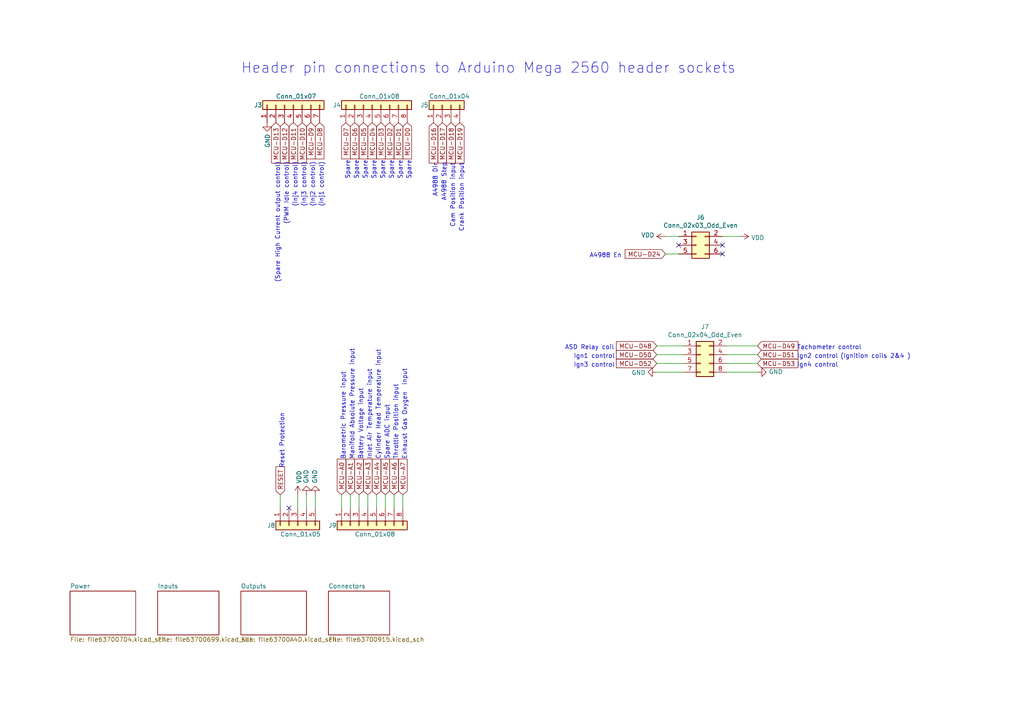
<source format=kicad_sch>
(kicad_sch (version 20211123) (generator eeschema)

  (uuid 5a2e8a63-c4be-41b4-8b8e-0b217a2f1072)

  (paper "A4")

  (title_block
    (title "DP1600i")
    (date "2022-11-11")
    (company "Robert Hiebert")
  )

  (lib_symbols
    (symbol "Connector_Generic:Conn_01x04" (pin_names (offset 1.016) hide) (in_bom yes) (on_board yes)
      (property "Reference" "J" (id 0) (at 0 5.08 0)
        (effects (font (size 1.27 1.27)))
      )
      (property "Value" "Conn_01x04" (id 1) (at 0 -7.62 0)
        (effects (font (size 1.27 1.27)))
      )
      (property "Footprint" "" (id 2) (at 0 0 0)
        (effects (font (size 1.27 1.27)) hide)
      )
      (property "Datasheet" "~" (id 3) (at 0 0 0)
        (effects (font (size 1.27 1.27)) hide)
      )
      (property "ki_keywords" "connector" (id 4) (at 0 0 0)
        (effects (font (size 1.27 1.27)) hide)
      )
      (property "ki_description" "Generic connector, single row, 01x04, script generated (kicad-library-utils/schlib/autogen/connector/)" (id 5) (at 0 0 0)
        (effects (font (size 1.27 1.27)) hide)
      )
      (property "ki_fp_filters" "Connector*:*_1x??_*" (id 6) (at 0 0 0)
        (effects (font (size 1.27 1.27)) hide)
      )
      (symbol "Conn_01x04_1_1"
        (rectangle (start -1.27 -4.953) (end 0 -5.207)
          (stroke (width 0.1524) (type default) (color 0 0 0 0))
          (fill (type none))
        )
        (rectangle (start -1.27 -2.413) (end 0 -2.667)
          (stroke (width 0.1524) (type default) (color 0 0 0 0))
          (fill (type none))
        )
        (rectangle (start -1.27 0.127) (end 0 -0.127)
          (stroke (width 0.1524) (type default) (color 0 0 0 0))
          (fill (type none))
        )
        (rectangle (start -1.27 2.667) (end 0 2.413)
          (stroke (width 0.1524) (type default) (color 0 0 0 0))
          (fill (type none))
        )
        (rectangle (start -1.27 3.81) (end 1.27 -6.35)
          (stroke (width 0.254) (type default) (color 0 0 0 0))
          (fill (type background))
        )
        (pin passive line (at -5.08 2.54 0) (length 3.81)
          (name "Pin_1" (effects (font (size 1.27 1.27))))
          (number "1" (effects (font (size 1.27 1.27))))
        )
        (pin passive line (at -5.08 0 0) (length 3.81)
          (name "Pin_2" (effects (font (size 1.27 1.27))))
          (number "2" (effects (font (size 1.27 1.27))))
        )
        (pin passive line (at -5.08 -2.54 0) (length 3.81)
          (name "Pin_3" (effects (font (size 1.27 1.27))))
          (number "3" (effects (font (size 1.27 1.27))))
        )
        (pin passive line (at -5.08 -5.08 0) (length 3.81)
          (name "Pin_4" (effects (font (size 1.27 1.27))))
          (number "4" (effects (font (size 1.27 1.27))))
        )
      )
    )
    (symbol "Connector_Generic:Conn_01x05" (pin_names (offset 1.016) hide) (in_bom yes) (on_board yes)
      (property "Reference" "J" (id 0) (at 0 7.62 0)
        (effects (font (size 1.27 1.27)))
      )
      (property "Value" "Conn_01x05" (id 1) (at 0 -7.62 0)
        (effects (font (size 1.27 1.27)))
      )
      (property "Footprint" "" (id 2) (at 0 0 0)
        (effects (font (size 1.27 1.27)) hide)
      )
      (property "Datasheet" "~" (id 3) (at 0 0 0)
        (effects (font (size 1.27 1.27)) hide)
      )
      (property "ki_keywords" "connector" (id 4) (at 0 0 0)
        (effects (font (size 1.27 1.27)) hide)
      )
      (property "ki_description" "Generic connector, single row, 01x05, script generated (kicad-library-utils/schlib/autogen/connector/)" (id 5) (at 0 0 0)
        (effects (font (size 1.27 1.27)) hide)
      )
      (property "ki_fp_filters" "Connector*:*_1x??_*" (id 6) (at 0 0 0)
        (effects (font (size 1.27 1.27)) hide)
      )
      (symbol "Conn_01x05_1_1"
        (rectangle (start -1.27 -4.953) (end 0 -5.207)
          (stroke (width 0.1524) (type default) (color 0 0 0 0))
          (fill (type none))
        )
        (rectangle (start -1.27 -2.413) (end 0 -2.667)
          (stroke (width 0.1524) (type default) (color 0 0 0 0))
          (fill (type none))
        )
        (rectangle (start -1.27 0.127) (end 0 -0.127)
          (stroke (width 0.1524) (type default) (color 0 0 0 0))
          (fill (type none))
        )
        (rectangle (start -1.27 2.667) (end 0 2.413)
          (stroke (width 0.1524) (type default) (color 0 0 0 0))
          (fill (type none))
        )
        (rectangle (start -1.27 5.207) (end 0 4.953)
          (stroke (width 0.1524) (type default) (color 0 0 0 0))
          (fill (type none))
        )
        (rectangle (start -1.27 6.35) (end 1.27 -6.35)
          (stroke (width 0.254) (type default) (color 0 0 0 0))
          (fill (type background))
        )
        (pin passive line (at -5.08 5.08 0) (length 3.81)
          (name "Pin_1" (effects (font (size 1.27 1.27))))
          (number "1" (effects (font (size 1.27 1.27))))
        )
        (pin passive line (at -5.08 2.54 0) (length 3.81)
          (name "Pin_2" (effects (font (size 1.27 1.27))))
          (number "2" (effects (font (size 1.27 1.27))))
        )
        (pin passive line (at -5.08 0 0) (length 3.81)
          (name "Pin_3" (effects (font (size 1.27 1.27))))
          (number "3" (effects (font (size 1.27 1.27))))
        )
        (pin passive line (at -5.08 -2.54 0) (length 3.81)
          (name "Pin_4" (effects (font (size 1.27 1.27))))
          (number "4" (effects (font (size 1.27 1.27))))
        )
        (pin passive line (at -5.08 -5.08 0) (length 3.81)
          (name "Pin_5" (effects (font (size 1.27 1.27))))
          (number "5" (effects (font (size 1.27 1.27))))
        )
      )
    )
    (symbol "Connector_Generic:Conn_01x07" (pin_names (offset 1.016) hide) (in_bom yes) (on_board yes)
      (property "Reference" "J" (id 0) (at 0 10.16 0)
        (effects (font (size 1.27 1.27)))
      )
      (property "Value" "Conn_01x07" (id 1) (at 0 -10.16 0)
        (effects (font (size 1.27 1.27)))
      )
      (property "Footprint" "" (id 2) (at 0 0 0)
        (effects (font (size 1.27 1.27)) hide)
      )
      (property "Datasheet" "~" (id 3) (at 0 0 0)
        (effects (font (size 1.27 1.27)) hide)
      )
      (property "ki_keywords" "connector" (id 4) (at 0 0 0)
        (effects (font (size 1.27 1.27)) hide)
      )
      (property "ki_description" "Generic connector, single row, 01x07, script generated (kicad-library-utils/schlib/autogen/connector/)" (id 5) (at 0 0 0)
        (effects (font (size 1.27 1.27)) hide)
      )
      (property "ki_fp_filters" "Connector*:*_1x??_*" (id 6) (at 0 0 0)
        (effects (font (size 1.27 1.27)) hide)
      )
      (symbol "Conn_01x07_1_1"
        (rectangle (start -1.27 -7.493) (end 0 -7.747)
          (stroke (width 0.1524) (type default) (color 0 0 0 0))
          (fill (type none))
        )
        (rectangle (start -1.27 -4.953) (end 0 -5.207)
          (stroke (width 0.1524) (type default) (color 0 0 0 0))
          (fill (type none))
        )
        (rectangle (start -1.27 -2.413) (end 0 -2.667)
          (stroke (width 0.1524) (type default) (color 0 0 0 0))
          (fill (type none))
        )
        (rectangle (start -1.27 0.127) (end 0 -0.127)
          (stroke (width 0.1524) (type default) (color 0 0 0 0))
          (fill (type none))
        )
        (rectangle (start -1.27 2.667) (end 0 2.413)
          (stroke (width 0.1524) (type default) (color 0 0 0 0))
          (fill (type none))
        )
        (rectangle (start -1.27 5.207) (end 0 4.953)
          (stroke (width 0.1524) (type default) (color 0 0 0 0))
          (fill (type none))
        )
        (rectangle (start -1.27 7.747) (end 0 7.493)
          (stroke (width 0.1524) (type default) (color 0 0 0 0))
          (fill (type none))
        )
        (rectangle (start -1.27 8.89) (end 1.27 -8.89)
          (stroke (width 0.254) (type default) (color 0 0 0 0))
          (fill (type background))
        )
        (pin passive line (at -5.08 7.62 0) (length 3.81)
          (name "Pin_1" (effects (font (size 1.27 1.27))))
          (number "1" (effects (font (size 1.27 1.27))))
        )
        (pin passive line (at -5.08 5.08 0) (length 3.81)
          (name "Pin_2" (effects (font (size 1.27 1.27))))
          (number "2" (effects (font (size 1.27 1.27))))
        )
        (pin passive line (at -5.08 2.54 0) (length 3.81)
          (name "Pin_3" (effects (font (size 1.27 1.27))))
          (number "3" (effects (font (size 1.27 1.27))))
        )
        (pin passive line (at -5.08 0 0) (length 3.81)
          (name "Pin_4" (effects (font (size 1.27 1.27))))
          (number "4" (effects (font (size 1.27 1.27))))
        )
        (pin passive line (at -5.08 -2.54 0) (length 3.81)
          (name "Pin_5" (effects (font (size 1.27 1.27))))
          (number "5" (effects (font (size 1.27 1.27))))
        )
        (pin passive line (at -5.08 -5.08 0) (length 3.81)
          (name "Pin_6" (effects (font (size 1.27 1.27))))
          (number "6" (effects (font (size 1.27 1.27))))
        )
        (pin passive line (at -5.08 -7.62 0) (length 3.81)
          (name "Pin_7" (effects (font (size 1.27 1.27))))
          (number "7" (effects (font (size 1.27 1.27))))
        )
      )
    )
    (symbol "Connector_Generic:Conn_01x08" (pin_names (offset 1.016) hide) (in_bom yes) (on_board yes)
      (property "Reference" "J" (id 0) (at 0 10.16 0)
        (effects (font (size 1.27 1.27)))
      )
      (property "Value" "Conn_01x08" (id 1) (at 0 -12.7 0)
        (effects (font (size 1.27 1.27)))
      )
      (property "Footprint" "" (id 2) (at 0 0 0)
        (effects (font (size 1.27 1.27)) hide)
      )
      (property "Datasheet" "~" (id 3) (at 0 0 0)
        (effects (font (size 1.27 1.27)) hide)
      )
      (property "ki_keywords" "connector" (id 4) (at 0 0 0)
        (effects (font (size 1.27 1.27)) hide)
      )
      (property "ki_description" "Generic connector, single row, 01x08, script generated (kicad-library-utils/schlib/autogen/connector/)" (id 5) (at 0 0 0)
        (effects (font (size 1.27 1.27)) hide)
      )
      (property "ki_fp_filters" "Connector*:*_1x??_*" (id 6) (at 0 0 0)
        (effects (font (size 1.27 1.27)) hide)
      )
      (symbol "Conn_01x08_1_1"
        (rectangle (start -1.27 -10.033) (end 0 -10.287)
          (stroke (width 0.1524) (type default) (color 0 0 0 0))
          (fill (type none))
        )
        (rectangle (start -1.27 -7.493) (end 0 -7.747)
          (stroke (width 0.1524) (type default) (color 0 0 0 0))
          (fill (type none))
        )
        (rectangle (start -1.27 -4.953) (end 0 -5.207)
          (stroke (width 0.1524) (type default) (color 0 0 0 0))
          (fill (type none))
        )
        (rectangle (start -1.27 -2.413) (end 0 -2.667)
          (stroke (width 0.1524) (type default) (color 0 0 0 0))
          (fill (type none))
        )
        (rectangle (start -1.27 0.127) (end 0 -0.127)
          (stroke (width 0.1524) (type default) (color 0 0 0 0))
          (fill (type none))
        )
        (rectangle (start -1.27 2.667) (end 0 2.413)
          (stroke (width 0.1524) (type default) (color 0 0 0 0))
          (fill (type none))
        )
        (rectangle (start -1.27 5.207) (end 0 4.953)
          (stroke (width 0.1524) (type default) (color 0 0 0 0))
          (fill (type none))
        )
        (rectangle (start -1.27 7.747) (end 0 7.493)
          (stroke (width 0.1524) (type default) (color 0 0 0 0))
          (fill (type none))
        )
        (rectangle (start -1.27 8.89) (end 1.27 -11.43)
          (stroke (width 0.254) (type default) (color 0 0 0 0))
          (fill (type background))
        )
        (pin passive line (at -5.08 7.62 0) (length 3.81)
          (name "Pin_1" (effects (font (size 1.27 1.27))))
          (number "1" (effects (font (size 1.27 1.27))))
        )
        (pin passive line (at -5.08 5.08 0) (length 3.81)
          (name "Pin_2" (effects (font (size 1.27 1.27))))
          (number "2" (effects (font (size 1.27 1.27))))
        )
        (pin passive line (at -5.08 2.54 0) (length 3.81)
          (name "Pin_3" (effects (font (size 1.27 1.27))))
          (number "3" (effects (font (size 1.27 1.27))))
        )
        (pin passive line (at -5.08 0 0) (length 3.81)
          (name "Pin_4" (effects (font (size 1.27 1.27))))
          (number "4" (effects (font (size 1.27 1.27))))
        )
        (pin passive line (at -5.08 -2.54 0) (length 3.81)
          (name "Pin_5" (effects (font (size 1.27 1.27))))
          (number "5" (effects (font (size 1.27 1.27))))
        )
        (pin passive line (at -5.08 -5.08 0) (length 3.81)
          (name "Pin_6" (effects (font (size 1.27 1.27))))
          (number "6" (effects (font (size 1.27 1.27))))
        )
        (pin passive line (at -5.08 -7.62 0) (length 3.81)
          (name "Pin_7" (effects (font (size 1.27 1.27))))
          (number "7" (effects (font (size 1.27 1.27))))
        )
        (pin passive line (at -5.08 -10.16 0) (length 3.81)
          (name "Pin_8" (effects (font (size 1.27 1.27))))
          (number "8" (effects (font (size 1.27 1.27))))
        )
      )
    )
    (symbol "Connector_Generic:Conn_02x03_Odd_Even" (pin_names (offset 1.016) hide) (in_bom yes) (on_board yes)
      (property "Reference" "J" (id 0) (at 1.27 5.08 0)
        (effects (font (size 1.27 1.27)))
      )
      (property "Value" "Conn_02x03_Odd_Even" (id 1) (at 1.27 -5.08 0)
        (effects (font (size 1.27 1.27)))
      )
      (property "Footprint" "" (id 2) (at 0 0 0)
        (effects (font (size 1.27 1.27)) hide)
      )
      (property "Datasheet" "~" (id 3) (at 0 0 0)
        (effects (font (size 1.27 1.27)) hide)
      )
      (property "ki_keywords" "connector" (id 4) (at 0 0 0)
        (effects (font (size 1.27 1.27)) hide)
      )
      (property "ki_description" "Generic connector, double row, 02x03, odd/even pin numbering scheme (row 1 odd numbers, row 2 even numbers), script generated (kicad-library-utils/schlib/autogen/connector/)" (id 5) (at 0 0 0)
        (effects (font (size 1.27 1.27)) hide)
      )
      (property "ki_fp_filters" "Connector*:*_2x??_*" (id 6) (at 0 0 0)
        (effects (font (size 1.27 1.27)) hide)
      )
      (symbol "Conn_02x03_Odd_Even_1_1"
        (rectangle (start -1.27 -2.413) (end 0 -2.667)
          (stroke (width 0.1524) (type default) (color 0 0 0 0))
          (fill (type none))
        )
        (rectangle (start -1.27 0.127) (end 0 -0.127)
          (stroke (width 0.1524) (type default) (color 0 0 0 0))
          (fill (type none))
        )
        (rectangle (start -1.27 2.667) (end 0 2.413)
          (stroke (width 0.1524) (type default) (color 0 0 0 0))
          (fill (type none))
        )
        (rectangle (start -1.27 3.81) (end 3.81 -3.81)
          (stroke (width 0.254) (type default) (color 0 0 0 0))
          (fill (type background))
        )
        (rectangle (start 3.81 -2.413) (end 2.54 -2.667)
          (stroke (width 0.1524) (type default) (color 0 0 0 0))
          (fill (type none))
        )
        (rectangle (start 3.81 0.127) (end 2.54 -0.127)
          (stroke (width 0.1524) (type default) (color 0 0 0 0))
          (fill (type none))
        )
        (rectangle (start 3.81 2.667) (end 2.54 2.413)
          (stroke (width 0.1524) (type default) (color 0 0 0 0))
          (fill (type none))
        )
        (pin passive line (at -5.08 2.54 0) (length 3.81)
          (name "Pin_1" (effects (font (size 1.27 1.27))))
          (number "1" (effects (font (size 1.27 1.27))))
        )
        (pin passive line (at 7.62 2.54 180) (length 3.81)
          (name "Pin_2" (effects (font (size 1.27 1.27))))
          (number "2" (effects (font (size 1.27 1.27))))
        )
        (pin passive line (at -5.08 0 0) (length 3.81)
          (name "Pin_3" (effects (font (size 1.27 1.27))))
          (number "3" (effects (font (size 1.27 1.27))))
        )
        (pin passive line (at 7.62 0 180) (length 3.81)
          (name "Pin_4" (effects (font (size 1.27 1.27))))
          (number "4" (effects (font (size 1.27 1.27))))
        )
        (pin passive line (at -5.08 -2.54 0) (length 3.81)
          (name "Pin_5" (effects (font (size 1.27 1.27))))
          (number "5" (effects (font (size 1.27 1.27))))
        )
        (pin passive line (at 7.62 -2.54 180) (length 3.81)
          (name "Pin_6" (effects (font (size 1.27 1.27))))
          (number "6" (effects (font (size 1.27 1.27))))
        )
      )
    )
    (symbol "Connector_Generic:Conn_02x04_Odd_Even" (pin_names (offset 1.016) hide) (in_bom yes) (on_board yes)
      (property "Reference" "J" (id 0) (at 1.27 5.08 0)
        (effects (font (size 1.27 1.27)))
      )
      (property "Value" "Conn_02x04_Odd_Even" (id 1) (at 1.27 -7.62 0)
        (effects (font (size 1.27 1.27)))
      )
      (property "Footprint" "" (id 2) (at 0 0 0)
        (effects (font (size 1.27 1.27)) hide)
      )
      (property "Datasheet" "~" (id 3) (at 0 0 0)
        (effects (font (size 1.27 1.27)) hide)
      )
      (property "ki_keywords" "connector" (id 4) (at 0 0 0)
        (effects (font (size 1.27 1.27)) hide)
      )
      (property "ki_description" "Generic connector, double row, 02x04, odd/even pin numbering scheme (row 1 odd numbers, row 2 even numbers), script generated (kicad-library-utils/schlib/autogen/connector/)" (id 5) (at 0 0 0)
        (effects (font (size 1.27 1.27)) hide)
      )
      (property "ki_fp_filters" "Connector*:*_2x??_*" (id 6) (at 0 0 0)
        (effects (font (size 1.27 1.27)) hide)
      )
      (symbol "Conn_02x04_Odd_Even_1_1"
        (rectangle (start -1.27 -4.953) (end 0 -5.207)
          (stroke (width 0.1524) (type default) (color 0 0 0 0))
          (fill (type none))
        )
        (rectangle (start -1.27 -2.413) (end 0 -2.667)
          (stroke (width 0.1524) (type default) (color 0 0 0 0))
          (fill (type none))
        )
        (rectangle (start -1.27 0.127) (end 0 -0.127)
          (stroke (width 0.1524) (type default) (color 0 0 0 0))
          (fill (type none))
        )
        (rectangle (start -1.27 2.667) (end 0 2.413)
          (stroke (width 0.1524) (type default) (color 0 0 0 0))
          (fill (type none))
        )
        (rectangle (start -1.27 3.81) (end 3.81 -6.35)
          (stroke (width 0.254) (type default) (color 0 0 0 0))
          (fill (type background))
        )
        (rectangle (start 3.81 -4.953) (end 2.54 -5.207)
          (stroke (width 0.1524) (type default) (color 0 0 0 0))
          (fill (type none))
        )
        (rectangle (start 3.81 -2.413) (end 2.54 -2.667)
          (stroke (width 0.1524) (type default) (color 0 0 0 0))
          (fill (type none))
        )
        (rectangle (start 3.81 0.127) (end 2.54 -0.127)
          (stroke (width 0.1524) (type default) (color 0 0 0 0))
          (fill (type none))
        )
        (rectangle (start 3.81 2.667) (end 2.54 2.413)
          (stroke (width 0.1524) (type default) (color 0 0 0 0))
          (fill (type none))
        )
        (pin passive line (at -5.08 2.54 0) (length 3.81)
          (name "Pin_1" (effects (font (size 1.27 1.27))))
          (number "1" (effects (font (size 1.27 1.27))))
        )
        (pin passive line (at 7.62 2.54 180) (length 3.81)
          (name "Pin_2" (effects (font (size 1.27 1.27))))
          (number "2" (effects (font (size 1.27 1.27))))
        )
        (pin passive line (at -5.08 0 0) (length 3.81)
          (name "Pin_3" (effects (font (size 1.27 1.27))))
          (number "3" (effects (font (size 1.27 1.27))))
        )
        (pin passive line (at 7.62 0 180) (length 3.81)
          (name "Pin_4" (effects (font (size 1.27 1.27))))
          (number "4" (effects (font (size 1.27 1.27))))
        )
        (pin passive line (at -5.08 -2.54 0) (length 3.81)
          (name "Pin_5" (effects (font (size 1.27 1.27))))
          (number "5" (effects (font (size 1.27 1.27))))
        )
        (pin passive line (at 7.62 -2.54 180) (length 3.81)
          (name "Pin_6" (effects (font (size 1.27 1.27))))
          (number "6" (effects (font (size 1.27 1.27))))
        )
        (pin passive line (at -5.08 -5.08 0) (length 3.81)
          (name "Pin_7" (effects (font (size 1.27 1.27))))
          (number "7" (effects (font (size 1.27 1.27))))
        )
        (pin passive line (at 7.62 -5.08 180) (length 3.81)
          (name "Pin_8" (effects (font (size 1.27 1.27))))
          (number "8" (effects (font (size 1.27 1.27))))
        )
      )
    )
    (symbol "power:GND" (power) (pin_names (offset 0)) (in_bom yes) (on_board yes)
      (property "Reference" "#PWR" (id 0) (at 0 -6.35 0)
        (effects (font (size 1.27 1.27)) hide)
      )
      (property "Value" "GND" (id 1) (at 0 -3.81 0)
        (effects (font (size 1.27 1.27)))
      )
      (property "Footprint" "" (id 2) (at 0 0 0)
        (effects (font (size 1.27 1.27)) hide)
      )
      (property "Datasheet" "" (id 3) (at 0 0 0)
        (effects (font (size 1.27 1.27)) hide)
      )
      (property "ki_keywords" "power-flag" (id 4) (at 0 0 0)
        (effects (font (size 1.27 1.27)) hide)
      )
      (property "ki_description" "Power symbol creates a global label with name \"GND\" , ground" (id 5) (at 0 0 0)
        (effects (font (size 1.27 1.27)) hide)
      )
      (symbol "GND_0_1"
        (polyline
          (pts
            (xy 0 0)
            (xy 0 -1.27)
            (xy 1.27 -1.27)
            (xy 0 -2.54)
            (xy -1.27 -1.27)
            (xy 0 -1.27)
          )
          (stroke (width 0) (type default) (color 0 0 0 0))
          (fill (type none))
        )
      )
      (symbol "GND_1_1"
        (pin power_in line (at 0 0 270) (length 0) hide
          (name "GND" (effects (font (size 1.27 1.27))))
          (number "1" (effects (font (size 1.27 1.27))))
        )
      )
    )
    (symbol "power:VDD" (power) (pin_names (offset 0)) (in_bom yes) (on_board yes)
      (property "Reference" "#PWR" (id 0) (at 0 -3.81 0)
        (effects (font (size 1.27 1.27)) hide)
      )
      (property "Value" "VDD" (id 1) (at 0 3.81 0)
        (effects (font (size 1.27 1.27)))
      )
      (property "Footprint" "" (id 2) (at 0 0 0)
        (effects (font (size 1.27 1.27)) hide)
      )
      (property "Datasheet" "" (id 3) (at 0 0 0)
        (effects (font (size 1.27 1.27)) hide)
      )
      (property "ki_keywords" "power-flag" (id 4) (at 0 0 0)
        (effects (font (size 1.27 1.27)) hide)
      )
      (property "ki_description" "Power symbol creates a global label with name \"VDD\"" (id 5) (at 0 0 0)
        (effects (font (size 1.27 1.27)) hide)
      )
      (symbol "VDD_0_1"
        (polyline
          (pts
            (xy -0.762 1.27)
            (xy 0 2.54)
          )
          (stroke (width 0) (type default) (color 0 0 0 0))
          (fill (type none))
        )
        (polyline
          (pts
            (xy 0 0)
            (xy 0 2.54)
          )
          (stroke (width 0) (type default) (color 0 0 0 0))
          (fill (type none))
        )
        (polyline
          (pts
            (xy 0 2.54)
            (xy 0.762 1.27)
          )
          (stroke (width 0) (type default) (color 0 0 0 0))
          (fill (type none))
        )
      )
      (symbol "VDD_1_1"
        (pin power_in line (at 0 0 90) (length 0) hide
          (name "VDD" (effects (font (size 1.27 1.27))))
          (number "1" (effects (font (size 1.27 1.27))))
        )
      )
    )
  )


  (no_connect (at 196.85 71.12) (uuid 786e4965-2cac-416e-9c9a-021f6798ad9e))
  (no_connect (at 83.82 147.32) (uuid b38e9127-12ee-49a7-a488-178f5b530eff))
  (no_connect (at 209.55 71.12) (uuid bd37cb81-7407-4865-badb-61155a4a7f02))
  (no_connect (at 209.55 73.66) (uuid ce2c262c-ea7c-4a7f-b164-3baadbdbe32f))

  (wire (pts (xy 111.76 143.51) (xy 111.76 147.32))
    (stroke (width 0) (type default) (color 0 0 0 0))
    (uuid 027856d5-1857-4602-819d-13494959f332)
  )
  (wire (pts (xy 81.28 143.51) (xy 81.28 147.32))
    (stroke (width 0) (type default) (color 0 0 0 0))
    (uuid 25e9bcee-8621-4f3b-a705-1bd20d6a5edf)
  )
  (wire (pts (xy 190.5 100.33) (xy 198.12 100.33))
    (stroke (width 0) (type default) (color 0 0 0 0))
    (uuid 33c8c350-743e-4bd4-9398-4e5f673d0467)
  )
  (wire (pts (xy 193.04 73.66) (xy 196.85 73.66))
    (stroke (width 0) (type default) (color 0 0 0 0))
    (uuid 4296712c-43b6-4ba4-a505-0ee68e332186)
  )
  (wire (pts (xy 99.06 143.51) (xy 99.06 147.32))
    (stroke (width 0) (type default) (color 0 0 0 0))
    (uuid 4dea0489-549a-4730-a9dd-90cd36a75376)
  )
  (wire (pts (xy 214.63 68.58) (xy 209.55 68.58))
    (stroke (width 0) (type default) (color 0 0 0 0))
    (uuid 4e799df7-1046-486e-966c-12fdbbcd9ac4)
  )
  (wire (pts (xy 109.22 143.51) (xy 109.22 147.32))
    (stroke (width 0) (type default) (color 0 0 0 0))
    (uuid 4f880a16-ed91-48da-8d36-f79302992797)
  )
  (wire (pts (xy 190.5 105.41) (xy 198.12 105.41))
    (stroke (width 0) (type default) (color 0 0 0 0))
    (uuid 5036a9e5-591f-4754-a1a4-e6623add787d)
  )
  (wire (pts (xy 104.14 143.51) (xy 104.14 147.32))
    (stroke (width 0) (type default) (color 0 0 0 0))
    (uuid 5bbddad2-2df9-4348-b3f9-ba2719baf6dd)
  )
  (wire (pts (xy 219.71 105.41) (xy 210.82 105.41))
    (stroke (width 0) (type default) (color 0 0 0 0))
    (uuid 70e159dd-0931-466b-a63b-7cecbf174281)
  )
  (wire (pts (xy 88.9 143.51) (xy 88.9 147.32))
    (stroke (width 0) (type default) (color 0 0 0 0))
    (uuid 7a22f444-3af3-4b65-8a28-0f327a680274)
  )
  (wire (pts (xy 210.82 107.95) (xy 219.71 107.95))
    (stroke (width 0) (type default) (color 0 0 0 0))
    (uuid 7c2ea56d-dcaa-4b5a-84de-ecc9052dbb2d)
  )
  (wire (pts (xy 219.71 100.33) (xy 210.82 100.33))
    (stroke (width 0) (type default) (color 0 0 0 0))
    (uuid 86d17f2d-2577-4be7-8ade-758e461ffc07)
  )
  (wire (pts (xy 91.44 143.51) (xy 91.44 147.32))
    (stroke (width 0) (type default) (color 0 0 0 0))
    (uuid 91f0d80a-0fcc-4d1f-8c4e-85a447ca1a13)
  )
  (wire (pts (xy 101.6 143.51) (xy 101.6 147.32))
    (stroke (width 0) (type default) (color 0 0 0 0))
    (uuid 9a5db742-1b95-4048-bceb-1dcc2dde3554)
  )
  (wire (pts (xy 210.82 102.87) (xy 219.71 102.87))
    (stroke (width 0) (type default) (color 0 0 0 0))
    (uuid af28434b-f1d6-46ce-b226-628dfb81768b)
  )
  (wire (pts (xy 114.3 143.51) (xy 114.3 147.32))
    (stroke (width 0) (type default) (color 0 0 0 0))
    (uuid b798e21a-6908-4833-b5bd-fa15f9559d26)
  )
  (wire (pts (xy 116.84 143.51) (xy 116.84 147.32))
    (stroke (width 0) (type default) (color 0 0 0 0))
    (uuid bbd2b824-5105-4fe8-9bd2-642656806f9f)
  )
  (wire (pts (xy 196.85 68.58) (xy 193.04 68.58))
    (stroke (width 0) (type default) (color 0 0 0 0))
    (uuid bc1db806-b6d6-4485-8ebf-56621a292217)
  )
  (wire (pts (xy 198.12 107.95) (xy 190.5 107.95))
    (stroke (width 0) (type default) (color 0 0 0 0))
    (uuid cd50ef79-77c2-4161-9530-9b892cb262f2)
  )
  (wire (pts (xy 198.12 102.87) (xy 190.5 102.87))
    (stroke (width 0) (type default) (color 0 0 0 0))
    (uuid e4e062de-ca5c-4607-a9bf-61023c823a40)
  )
  (wire (pts (xy 106.68 143.51) (xy 106.68 147.32))
    (stroke (width 0) (type default) (color 0 0 0 0))
    (uuid e5df622f-9c87-479b-9f19-65993573cc01)
  )
  (wire (pts (xy 86.36 143.51) (xy 86.36 147.32))
    (stroke (width 0) (type default) (color 0 0 0 0))
    (uuid e839cf14-360f-4b28-b2f0-a0396e4095cd)
  )

  (text "(Spare High Current output control)" (at 81.28 46.99 270)
    (effects (font (size 1.27 1.27)) (justify right bottom))
    (uuid 07c3ce3b-7c85-4780-9dcf-e31cc48dfe52)
  )
  (text "Ign3 control" (at 166.37 106.68 0)
    (effects (font (size 1.27 1.27)) (justify left bottom))
    (uuid 0eacd9dd-cfea-4b2f-9e8e-ae30929e0474)
  )
  (text "Spare" (at 104.14 52.07 90)
    (effects (font (size 1.27 1.27)) (justify left bottom))
    (uuid 110829ac-4881-408b-8536-b95370474f93)
  )
  (text "A4988 Step" (at 129.54 58.42 90)
    (effects (font (size 1.27 1.27)) (justify left bottom))
    (uuid 1e7f35bf-ece1-4a1d-959d-c217d6237ca8)
  )
  (text "Spare" (at 119.38 52.07 90)
    (effects (font (size 1.27 1.27)) (justify left bottom))
    (uuid 239891d5-f42b-46a1-9281-35ef57eae9d4)
  )
  (text "Spare" (at 116.84 52.07 90)
    (effects (font (size 1.27 1.27)) (justify left bottom))
    (uuid 254101d7-850e-429c-ab8e-1ed83f0043b2)
  )
  (text "Battery Voltage input" (at 105.41 133.35 90)
    (effects (font (size 1.27 1.27)) (justify left bottom))
    (uuid 2e34612b-e524-4124-a280-c5c2bd317154)
  )
  (text "ASD Relay coil\n" (at 163.83 101.6 0)
    (effects (font (size 1.27 1.27)) (justify left bottom))
    (uuid 2ee6533e-2984-4056-a86b-3092c512ecaf)
  )
  (text "Crank Position input" (at 134.62 67.31 90)
    (effects (font (size 1.27 1.27)) (justify left bottom))
    (uuid 2f4166b6-5652-4122-9cd2-60405087b8a3)
  )
  (text "(Inj2 control)" (at 91.44 46.99 270)
    (effects (font (size 1.27 1.27)) (justify right bottom))
    (uuid 316a72b6-6e76-4bd5-9050-a5735c140ee0)
  )
  (text "A4988 Dir" (at 127 57.15 90)
    (effects (font (size 1.27 1.27)) (justify left bottom))
    (uuid 3207f012-d281-4845-9870-01df0b8f0816)
  )
  (text "Header pin connections to Arduino Mega 2560 header sockets"
    (at 69.85 21.59 0)
    (effects (font (size 2.9972 2.9972)) (justify left bottom))
    (uuid 3763807a-0c4e-4ecf-863b-1964aa583d36)
  )
  (text "Exhaust Gas Oxygen  input" (at 118.11 133.35 90)
    (effects (font (size 1.27 1.27)) (justify left bottom))
    (uuid 395c6fe3-0ce6-40bf-b2a9-09a4a91ceba7)
  )
  (text "Spare" (at 101.6 52.07 90)
    (effects (font (size 1.27 1.27)) (justify left bottom))
    (uuid 4d50bbfc-ebf9-423c-93fd-cada537968ab)
  )
  (text "(Inj1 control)" (at 93.98 46.99 270)
    (effects (font (size 1.27 1.27)) (justify right bottom))
    (uuid 54279c52-9a70-412b-89b6-b2221ef1f200)
  )
  (text "A4988 En\n" (at 180.34 74.93 180)
    (effects (font (size 1.27 1.27)) (justify right bottom))
    (uuid 59cd8040-4751-4c07-b8ae-e23cc176f53a)
  )
  (text "Throttle Position input" (at 115.57 133.35 90)
    (effects (font (size 1.27 1.27)) (justify left bottom))
    (uuid 5fe91b09-a9be-42e6-885b-a399181ace40)
  )
  (text "Cylinder Head Temperature input" (at 110.49 133.35 90)
    (effects (font (size 1.27 1.27)) (justify left bottom))
    (uuid 6845beac-93dc-4da9-8f52-fc4b2f4d2283)
  )
  (text "Spare" (at 109.22 52.07 90)
    (effects (font (size 1.27 1.27)) (justify left bottom))
    (uuid 7b66f000-4cdd-44fd-8f01-d87a88b326d4)
  )
  (text "Spare" (at 114.3 52.07 90)
    (effects (font (size 1.27 1.27)) (justify left bottom))
    (uuid 7ea8ca62-ac33-4b77-9bf9-dd91108cf8c3)
  )
  (text "Manifold Absolute Pressure input" (at 102.87 133.35 90)
    (effects (font (size 1.27 1.27)) (justify left bottom))
    (uuid 80ac1f75-310c-47dd-8e8e-8104367803fe)
  )
  (text "Ign4 control" (at 231.14 106.68 0)
    (effects (font (size 1.27 1.27)) (justify left bottom))
    (uuid 87f96b2a-9cd2-43e6-b37c-8de0b9238a91)
  )
  (text "(Inj4 control)" (at 86.36 46.99 270)
    (effects (font (size 1.27 1.27)) (justify right bottom))
    (uuid 9574a668-aad9-4e34-a864-1f261873e28a)
  )
  (text "Spare" (at 106.68 52.07 90)
    (effects (font (size 1.27 1.27)) (justify left bottom))
    (uuid 95f3278f-9c09-4a16-9fe8-609a1d8858de)
  )
  (text "(Ignition coils 2&4 )" (at 264.16 104.14 180)
    (effects (font (size 1.27 1.27)) (justify right bottom))
    (uuid 99099699-eb18-46ce-a532-1beb1fd4fea9)
  )
  (text "Inlet Air Temperature input" (at 107.95 133.35 90)
    (effects (font (size 1.27 1.27)) (justify left bottom))
    (uuid 9bd41132-9255-485b-ae42-675378655e9a)
  )
  (text "Reset Protection" (at 82.55 135.89 90)
    (effects (font (size 1.27 1.27)) (justify left bottom))
    (uuid a616a4bb-94cb-47a8-a336-4c17484e4fcf)
  )
  (text "Barometric Pressure input" (at 100.33 133.35 90)
    (effects (font (size 1.27 1.27)) (justify left bottom))
    (uuid b6896405-e70a-4372-adc0-4145a5c9eb90)
  )
  (text "Ign2 control" (at 231.14 104.14 0)
    (effects (font (size 1.27 1.27)) (justify left bottom))
    (uuid c02d7e5d-c877-4707-a7b7-9a54c6daa049)
  )
  (text "(PWM Idle control)" (at 83.82 46.99 270)
    (effects (font (size 1.27 1.27)) (justify right bottom))
    (uuid c651a898-f9d2-44b8-b9e4-46bf2e9c871e)
  )
  (text "Cam Position input" (at 132.08 66.04 90)
    (effects (font (size 1.27 1.27)) (justify left bottom))
    (uuid d4f5288d-8f04-4f62-9da5-fadc7022a8f7)
  )
  (text "Spare ADC input" (at 113.03 133.35 90)
    (effects (font (size 1.27 1.27)) (justify left bottom))
    (uuid d60a7d4b-88bc-47e6-87e5-34738f9bbee7)
  )
  (text "(Inj3 control)" (at 88.9 46.99 270)
    (effects (font (size 1.27 1.27)) (justify right bottom))
    (uuid e909b52e-6d23-40b7-a62f-2868aa378b26)
  )
  (text "Tachometer control" (at 231.14 101.6 0)
    (effects (font (size 1.27 1.27)) (justify left bottom))
    (uuid eb3cdeec-ac16-45b7-954e-d6c9f741d0f6)
  )
  (text "Ign1 control" (at 166.37 104.14 0)
    (effects (font (size 1.27 1.27)) (justify left bottom))
    (uuid ec120912-58a6-42de-bdb3-238d1e65f44b)
  )
  (text "Spare" (at 111.76 52.07 90)
    (effects (font (size 1.27 1.27)) (justify left bottom))
    (uuid fbbea1e9-6818-4abb-a7ec-15b4531c2096)
  )

  (global_label "MCU-A3" (shape input) (at 106.68 143.51 90) (fields_autoplaced)
    (effects (font (size 1.27 1.27)) (justify left))
    (uuid 1ecb5ebe-a6f2-4c32-871f-782af19fc09e)
    (property "Intersheet References" "${INTERSHEET_REFS}" (id 0) (at 0 0 0)
      (effects (font (size 1.27 1.27)) hide)
    )
  )
  (global_label "MCU-D53" (shape input) (at 219.71 105.41 0) (fields_autoplaced)
    (effects (font (size 1.27 1.27)) (justify left))
    (uuid 2072f887-7732-43e0-9448-f73311667459)
    (property "Intersheet References" "${INTERSHEET_REFS}" (id 0) (at 0 0 0)
      (effects (font (size 1.27 1.27)) hide)
    )
  )
  (global_label "MCU-A5" (shape input) (at 111.76 143.51 90) (fields_autoplaced)
    (effects (font (size 1.27 1.27)) (justify left))
    (uuid 28e19294-194c-46dd-951d-b7694e9c5119)
    (property "Intersheet References" "${INTERSHEET_REFS}" (id 0) (at 0 0 0)
      (effects (font (size 1.27 1.27)) hide)
    )
  )
  (global_label "MCU-D3" (shape input) (at 110.49 35.56 270) (fields_autoplaced)
    (effects (font (size 1.27 1.27)) (justify right))
    (uuid 2c1a75fa-318c-485d-bf9c-ec5940a01a56)
    (property "Intersheet References" "${INTERSHEET_REFS}" (id 0) (at 0 0 0)
      (effects (font (size 1.27 1.27)) hide)
    )
  )
  (global_label "MCU-A4" (shape input) (at 109.22 143.51 90) (fields_autoplaced)
    (effects (font (size 1.27 1.27)) (justify left))
    (uuid 2cfc0ee4-ae2f-4c38-a8a7-118ff1653832)
    (property "Intersheet References" "${INTERSHEET_REFS}" (id 0) (at 0 0 0)
      (effects (font (size 1.27 1.27)) hide)
    )
  )
  (global_label "MCU-D4" (shape input) (at 107.95 35.56 270) (fields_autoplaced)
    (effects (font (size 1.27 1.27)) (justify right))
    (uuid 2d467cbe-de0d-4e1e-9a88-4333564ea2b8)
    (property "Intersheet References" "${INTERSHEET_REFS}" (id 0) (at 0 0 0)
      (effects (font (size 1.27 1.27)) hide)
    )
  )
  (global_label "MCU-A1" (shape input) (at 101.6 143.51 90) (fields_autoplaced)
    (effects (font (size 1.27 1.27)) (justify left))
    (uuid 32b6e7a5-d969-4acd-8704-1e42f066c9e9)
    (property "Intersheet References" "${INTERSHEET_REFS}" (id 0) (at 0 0 0)
      (effects (font (size 1.27 1.27)) hide)
    )
  )
  (global_label "MCU-D17" (shape input) (at 128.27 35.56 270) (fields_autoplaced)
    (effects (font (size 1.27 1.27)) (justify right))
    (uuid 4e243136-de6e-4560-98c2-da88788d4e54)
    (property "Intersheet References" "${INTERSHEET_REFS}" (id 0) (at 0 0 0)
      (effects (font (size 1.27 1.27)) hide)
    )
  )
  (global_label "MCU-D0" (shape input) (at 118.11 35.56 270) (fields_autoplaced)
    (effects (font (size 1.27 1.27)) (justify right))
    (uuid 577734e1-fb6a-4724-94d9-aa626b1374a0)
    (property "Intersheet References" "${INTERSHEET_REFS}" (id 0) (at 0 0 0)
      (effects (font (size 1.27 1.27)) hide)
    )
  )
  (global_label "MCU-D12" (shape input) (at 82.55 35.56 270) (fields_autoplaced)
    (effects (font (size 1.27 1.27)) (justify right))
    (uuid 6b5c27b9-d447-4139-9bc4-8a87046815f5)
    (property "Intersheet References" "${INTERSHEET_REFS}" (id 0) (at 0 0 0)
      (effects (font (size 1.27 1.27)) hide)
    )
  )
  (global_label "MCU-A7" (shape input) (at 116.84 143.51 90) (fields_autoplaced)
    (effects (font (size 1.27 1.27)) (justify left))
    (uuid 6e226b85-2544-47ee-9be7-4fc22be2b9f8)
    (property "Intersheet References" "${INTERSHEET_REFS}" (id 0) (at 0 0 0)
      (effects (font (size 1.27 1.27)) hide)
    )
  )
  (global_label "MCU-D16" (shape input) (at 125.73 35.56 270) (fields_autoplaced)
    (effects (font (size 1.27 1.27)) (justify right))
    (uuid 7464a766-5dcc-452b-bd59-dfab4d1cf15f)
    (property "Intersheet References" "${INTERSHEET_REFS}" (id 0) (at 0 0 0)
      (effects (font (size 1.27 1.27)) hide)
    )
  )
  (global_label "MCU-D13" (shape input) (at 80.01 35.56 270) (fields_autoplaced)
    (effects (font (size 1.27 1.27)) (justify right))
    (uuid 7c7f6faa-58ca-433e-a34e-34f9dfbbf82f)
    (property "Intersheet References" "${INTERSHEET_REFS}" (id 0) (at 0 0 0)
      (effects (font (size 1.27 1.27)) hide)
    )
  )
  (global_label "MCU-D19" (shape input) (at 133.35 35.56 270) (fields_autoplaced)
    (effects (font (size 1.27 1.27)) (justify right))
    (uuid 8774d97d-f584-4c8b-ae99-3038067b3ece)
    (property "Intersheet References" "${INTERSHEET_REFS}" (id 0) (at 0 0 0)
      (effects (font (size 1.27 1.27)) hide)
    )
  )
  (global_label "MCU-A2" (shape input) (at 104.14 143.51 90) (fields_autoplaced)
    (effects (font (size 1.27 1.27)) (justify left))
    (uuid 89434fe7-e0a3-4ba8-ad18-79bf045ae306)
    (property "Intersheet References" "${INTERSHEET_REFS}" (id 0) (at 0 0 0)
      (effects (font (size 1.27 1.27)) hide)
    )
  )
  (global_label "MCU-D8" (shape input) (at 92.71 35.56 270) (fields_autoplaced)
    (effects (font (size 1.27 1.27)) (justify right))
    (uuid 8f605777-124b-4366-9bd9-833090cbb44c)
    (property "Intersheet References" "${INTERSHEET_REFS}" (id 0) (at 0 0 0)
      (effects (font (size 1.27 1.27)) hide)
    )
  )
  (global_label "MCU-D48" (shape input) (at 190.5 100.33 180) (fields_autoplaced)
    (effects (font (size 1.27 1.27)) (justify right))
    (uuid 98759d4f-6228-4b89-93bf-aaff60149693)
    (property "Intersheet References" "${INTERSHEET_REFS}" (id 0) (at 0 0 0)
      (effects (font (size 1.27 1.27)) hide)
    )
  )
  (global_label "MCU-D10" (shape input) (at 87.63 35.56 270) (fields_autoplaced)
    (effects (font (size 1.27 1.27)) (justify right))
    (uuid 9be2f4e5-88d8-46d5-982d-e09f78f792d9)
    (property "Intersheet References" "${INTERSHEET_REFS}" (id 0) (at 0 0 0)
      (effects (font (size 1.27 1.27)) hide)
    )
  )
  (global_label "MCU-D51" (shape input) (at 219.71 102.87 0) (fields_autoplaced)
    (effects (font (size 1.27 1.27)) (justify left))
    (uuid b420fa17-8287-4dd5-b127-dc39a2eb4edb)
    (property "Intersheet References" "${INTERSHEET_REFS}" (id 0) (at 0 0 0)
      (effects (font (size 1.27 1.27)) hide)
    )
  )
  (global_label "MCU-D49" (shape input) (at 219.71 100.33 0) (fields_autoplaced)
    (effects (font (size 1.27 1.27)) (justify left))
    (uuid b7a074b9-4e38-4fb0-afea-efbf402be92c)
    (property "Intersheet References" "${INTERSHEET_REFS}" (id 0) (at 0 0 0)
      (effects (font (size 1.27 1.27)) hide)
    )
  )
  (global_label "MCU-D50" (shape input) (at 190.5 102.87 180) (fields_autoplaced)
    (effects (font (size 1.27 1.27)) (justify right))
    (uuid befbdf3b-cc54-42ff-9c65-ac8cfc5b67e7)
    (property "Intersheet References" "${INTERSHEET_REFS}" (id 0) (at 0 0 0)
      (effects (font (size 1.27 1.27)) hide)
    )
  )
  (global_label "RESET" (shape input) (at 81.28 143.51 90) (fields_autoplaced)
    (effects (font (size 1.27 1.27)) (justify left))
    (uuid c07a335e-7580-4f40-a3e2-6921b932f52f)
    (property "Intersheet References" "${INTERSHEET_REFS}" (id 0) (at 0 0 0)
      (effects (font (size 1.27 1.27)) hide)
    )
  )
  (global_label "MCU-D6" (shape input) (at 102.87 35.56 270) (fields_autoplaced)
    (effects (font (size 1.27 1.27)) (justify right))
    (uuid cc6e423d-590a-41d7-bb75-a166ec9f15d8)
    (property "Intersheet References" "${INTERSHEET_REFS}" (id 0) (at 0 0 0)
      (effects (font (size 1.27 1.27)) hide)
    )
  )
  (global_label "MCU-D2" (shape input) (at 113.03 35.56 270) (fields_autoplaced)
    (effects (font (size 1.27 1.27)) (justify right))
    (uuid dedbb277-21d1-44fd-b790-8905fa44f6e5)
    (property "Intersheet References" "${INTERSHEET_REFS}" (id 0) (at 0 0 0)
      (effects (font (size 1.27 1.27)) hide)
    )
  )
  (global_label "MCU-D52" (shape input) (at 190.5 105.41 180) (fields_autoplaced)
    (effects (font (size 1.27 1.27)) (justify right))
    (uuid e2a414d4-5905-4b38-bf9b-acde13db480d)
    (property "Intersheet References" "${INTERSHEET_REFS}" (id 0) (at 0 0 0)
      (effects (font (size 1.27 1.27)) hide)
    )
  )
  (global_label "MCU-D5" (shape input) (at 105.41 35.56 270) (fields_autoplaced)
    (effects (font (size 1.27 1.27)) (justify right))
    (uuid e5929300-72bc-44b6-8264-c9edff70a9ba)
    (property "Intersheet References" "${INTERSHEET_REFS}" (id 0) (at 0 0 0)
      (effects (font (size 1.27 1.27)) hide)
    )
  )
  (global_label "MCU-D24" (shape input) (at 193.04 73.66 180) (fields_autoplaced)
    (effects (font (size 1.27 1.27)) (justify right))
    (uuid e8eff774-c1bf-40f0-bda4-56e4f849d2c6)
    (property "Intersheet References" "${INTERSHEET_REFS}" (id 0) (at 0 0 0)
      (effects (font (size 1.27 1.27)) hide)
    )
  )
  (global_label "MCU-D1" (shape input) (at 115.57 35.56 270) (fields_autoplaced)
    (effects (font (size 1.27 1.27)) (justify right))
    (uuid e9db2994-e56e-4d20-a839-07b2eb165c13)
    (property "Intersheet References" "${INTERSHEET_REFS}" (id 0) (at 0 0 0)
      (effects (font (size 1.27 1.27)) hide)
    )
  )
  (global_label "MCU-A0" (shape input) (at 99.06 143.51 90) (fields_autoplaced)
    (effects (font (size 1.27 1.27)) (justify left))
    (uuid ec7045dd-a167-4e6f-b26e-56406b4e8223)
    (property "Intersheet References" "${INTERSHEET_REFS}" (id 0) (at 0 0 0)
      (effects (font (size 1.27 1.27)) hide)
    )
  )
  (global_label "MCU-D7" (shape input) (at 100.33 35.56 270) (fields_autoplaced)
    (effects (font (size 1.27 1.27)) (justify right))
    (uuid ec739460-27e6-47b3-be33-b2c07e536431)
    (property "Intersheet References" "${INTERSHEET_REFS}" (id 0) (at 0 0 0)
      (effects (font (size 1.27 1.27)) hide)
    )
  )
  (global_label "MCU-D9" (shape input) (at 90.17 35.56 270) (fields_autoplaced)
    (effects (font (size 1.27 1.27)) (justify right))
    (uuid ef8debfc-c67e-4733-8d50-fbec8c6b22e5)
    (property "Intersheet References" "${INTERSHEET_REFS}" (id 0) (at 0 0 0)
      (effects (font (size 1.27 1.27)) hide)
    )
  )
  (global_label "MCU-A6" (shape input) (at 114.3 143.51 90) (fields_autoplaced)
    (effects (font (size 1.27 1.27)) (justify left))
    (uuid ef9ecb87-11a9-4454-8604-fbc40a8d0939)
    (property "Intersheet References" "${INTERSHEET_REFS}" (id 0) (at 0 0 0)
      (effects (font (size 1.27 1.27)) hide)
    )
  )
  (global_label "MCU-D11" (shape input) (at 85.09 35.56 270) (fields_autoplaced)
    (effects (font (size 1.27 1.27)) (justify right))
    (uuid f85f8cd0-03f2-41c5-aeb2-43957ae5cb0e)
    (property "Intersheet References" "${INTERSHEET_REFS}" (id 0) (at 0 0 0)
      (effects (font (size 1.27 1.27)) hide)
    )
  )
  (global_label "MCU-D18" (shape input) (at 130.81 35.56 270) (fields_autoplaced)
    (effects (font (size 1.27 1.27)) (justify right))
    (uuid ff9b4998-c76c-42ed-a49f-6aa2f78f3e58)
    (property "Intersheet References" "${INTERSHEET_REFS}" (id 0) (at 0 0 0)
      (effects (font (size 1.27 1.27)) hide)
    )
  )

  (symbol (lib_id "power:GND") (at 219.71 107.95 90) (unit 1)
    (in_bom yes) (on_board yes)
    (uuid 00000000-0000-0000-0000-000063801eb8)
    (property "Reference" "#PWR040" (id 0) (at 226.06 107.95 0)
      (effects (font (size 1.27 1.27)) hide)
    )
    (property "Value" "GND" (id 1) (at 222.9612 107.823 90)
      (effects (font (size 1.27 1.27)) (justify right))
    )
    (property "Footprint" "" (id 2) (at 219.71 107.95 0)
      (effects (font (size 1.27 1.27)) hide)
    )
    (property "Datasheet" "" (id 3) (at 219.71 107.95 0)
      (effects (font (size 1.27 1.27)) hide)
    )
    (pin "1" (uuid 729d58ce-b5d7-46f6-863b-680139a67905))
  )

  (symbol (lib_id "power:GND") (at 190.5 107.95 270) (unit 1)
    (in_bom yes) (on_board yes)
    (uuid 00000000-0000-0000-0000-0000638024e6)
    (property "Reference" "#PWR039" (id 0) (at 184.15 107.95 0)
      (effects (font (size 1.27 1.27)) hide)
    )
    (property "Value" "GND" (id 1) (at 187.2488 108.077 90)
      (effects (font (size 1.27 1.27)) (justify right))
    )
    (property "Footprint" "" (id 2) (at 190.5 107.95 0)
      (effects (font (size 1.27 1.27)) hide)
    )
    (property "Datasheet" "" (id 3) (at 190.5 107.95 0)
      (effects (font (size 1.27 1.27)) hide)
    )
    (pin "1" (uuid fa041aa9-3467-40c5-a345-4e6fef81fe54))
  )

  (symbol (lib_id "power:GND") (at 91.44 143.51 180) (unit 1)
    (in_bom yes) (on_board yes)
    (uuid 00000000-0000-0000-0000-00006380c0a1)
    (property "Reference" "#PWR045" (id 0) (at 91.44 137.16 0)
      (effects (font (size 1.27 1.27)) hide)
    )
    (property "Value" "GND" (id 1) (at 91.313 140.2588 90)
      (effects (font (size 1.27 1.27)) (justify right))
    )
    (property "Footprint" "" (id 2) (at 91.44 143.51 0)
      (effects (font (size 1.27 1.27)) hide)
    )
    (property "Datasheet" "" (id 3) (at 91.44 143.51 0)
      (effects (font (size 1.27 1.27)) hide)
    )
    (pin "1" (uuid 2a1c0f26-21fc-4657-86bd-d5814cae0e49))
  )

  (symbol (lib_id "power:GND") (at 88.9 143.51 180) (unit 1)
    (in_bom yes) (on_board yes)
    (uuid 00000000-0000-0000-0000-00006380c538)
    (property "Reference" "#PWR044" (id 0) (at 88.9 137.16 0)
      (effects (font (size 1.27 1.27)) hide)
    )
    (property "Value" "GND" (id 1) (at 88.773 140.2588 90)
      (effects (font (size 1.27 1.27)) (justify right))
    )
    (property "Footprint" "" (id 2) (at 88.9 143.51 0)
      (effects (font (size 1.27 1.27)) hide)
    )
    (property "Datasheet" "" (id 3) (at 88.9 143.51 0)
      (effects (font (size 1.27 1.27)) hide)
    )
    (pin "1" (uuid 07d1b06a-6293-492c-a5a2-b6429a5e5b49))
  )

  (symbol (lib_id "power:VDD") (at 86.36 143.51 0) (unit 1)
    (in_bom yes) (on_board yes)
    (uuid 00000000-0000-0000-0000-00006380d10a)
    (property "Reference" "#PWR043" (id 0) (at 86.36 147.32 0)
      (effects (font (size 1.27 1.27)) hide)
    )
    (property "Value" "VDD" (id 1) (at 86.741 140.2842 90)
      (effects (font (size 1.27 1.27)) (justify left))
    )
    (property "Footprint" "" (id 2) (at 86.36 143.51 0)
      (effects (font (size 1.27 1.27)) hide)
    )
    (property "Datasheet" "" (id 3) (at 86.36 143.51 0)
      (effects (font (size 1.27 1.27)) hide)
    )
    (pin "1" (uuid 42f02fb1-8065-4567-9096-da2d926fbbf4))
  )

  (symbol (lib_id "power:GND") (at 77.47 35.56 0) (unit 1)
    (in_bom yes) (on_board yes)
    (uuid 00000000-0000-0000-0000-0000638229de)
    (property "Reference" "#PWR01" (id 0) (at 77.47 41.91 0)
      (effects (font (size 1.27 1.27)) hide)
    )
    (property "Value" "GND" (id 1) (at 77.597 38.8112 90)
      (effects (font (size 1.27 1.27)) (justify right))
    )
    (property "Footprint" "" (id 2) (at 77.47 35.56 0)
      (effects (font (size 1.27 1.27)) hide)
    )
    (property "Datasheet" "" (id 3) (at 77.47 35.56 0)
      (effects (font (size 1.27 1.27)) hide)
    )
    (pin "1" (uuid 9d423938-49a2-4bb6-93c0-f73c391204ce))
  )

  (symbol (lib_id "power:VDD") (at 193.04 68.58 90) (unit 1)
    (in_bom yes) (on_board yes)
    (uuid 00000000-0000-0000-0000-000063826e84)
    (property "Reference" "#PWR02" (id 0) (at 196.85 68.58 0)
      (effects (font (size 1.27 1.27)) hide)
    )
    (property "Value" "VDD" (id 1) (at 189.8142 68.199 90)
      (effects (font (size 1.27 1.27)) (justify left))
    )
    (property "Footprint" "" (id 2) (at 193.04 68.58 0)
      (effects (font (size 1.27 1.27)) hide)
    )
    (property "Datasheet" "" (id 3) (at 193.04 68.58 0)
      (effects (font (size 1.27 1.27)) hide)
    )
    (pin "1" (uuid b9593361-02aa-40c6-aa95-b92c18989ede))
  )

  (symbol (lib_id "power:VDD") (at 214.63 68.58 270) (unit 1)
    (in_bom yes) (on_board yes)
    (uuid 00000000-0000-0000-0000-000063827375)
    (property "Reference" "#PWR038" (id 0) (at 210.82 68.58 0)
      (effects (font (size 1.27 1.27)) hide)
    )
    (property "Value" "VDD" (id 1) (at 217.8558 68.961 90)
      (effects (font (size 1.27 1.27)) (justify left))
    )
    (property "Footprint" "" (id 2) (at 214.63 68.58 0)
      (effects (font (size 1.27 1.27)) hide)
    )
    (property "Datasheet" "" (id 3) (at 214.63 68.58 0)
      (effects (font (size 1.27 1.27)) hide)
    )
    (pin "1" (uuid c2d55fd6-f558-4596-a611-100003552d16))
  )

  (symbol (lib_id "Connector_Generic:Conn_01x04") (at 128.27 30.48 90) (unit 1)
    (in_bom yes) (on_board yes)
    (uuid 00000000-0000-0000-0000-00006390f18f)
    (property "Reference" "" (id 0) (at 121.92 30.48 90)
      (effects (font (size 1.27 1.27)) (justify right))
    )
    (property "Value" "Conn_01x04" (id 1) (at 124.46 27.94 90)
      (effects (font (size 1.27 1.27)) (justify right))
    )
    (property "Footprint" "Connector_PinHeader_2.54mm:PinHeader_1x04_P2.54mm_Vertical" (id 2) (at 128.27 30.48 0)
      (effects (font (size 1.27 1.27)) hide)
    )
    (property "Datasheet" "~" (id 3) (at 128.27 30.48 0)
      (effects (font (size 1.27 1.27)) hide)
    )
    (pin "1" (uuid a9b0d4b1-e1d1-40ed-a9c3-5f23026ea06d))
    (pin "2" (uuid b2c7dc86-43cf-492e-89c5-f5678c449bee))
    (pin "3" (uuid fa554b72-8c9c-4f50-aa7c-bcf92dcba315))
    (pin "4" (uuid 09bce470-7eec-431a-b6a4-4f4995b83f7c))
  )

  (symbol (lib_id "Connector_Generic:Conn_01x05") (at 86.36 152.4 90) (mirror x) (unit 1)
    (in_bom yes) (on_board yes)
    (uuid 00000000-0000-0000-0000-00006390f9e6)
    (property "Reference" "" (id 0) (at 77.47 152.4 90)
      (effects (font (size 1.27 1.27)) (justify right))
    )
    (property "Value" "Conn_01x05" (id 1) (at 81.28 154.94 90)
      (effects (font (size 1.27 1.27)) (justify right))
    )
    (property "Footprint" "Connector_PinHeader_2.54mm:PinHeader_1x05_P2.54mm_Vertical" (id 2) (at 86.36 152.4 0)
      (effects (font (size 1.27 1.27)) hide)
    )
    (property "Datasheet" "~" (id 3) (at 86.36 152.4 0)
      (effects (font (size 1.27 1.27)) hide)
    )
    (pin "1" (uuid e13e1cbb-d41a-416d-9ef0-2427ae364fd2))
    (pin "2" (uuid 0224fe75-c5df-4b37-8093-4d6d6458f471))
    (pin "3" (uuid e4c8a680-a3be-42a2-b8a2-e9fc5f208e33))
    (pin "4" (uuid c667963e-3a9a-4cca-a189-ef649de28104))
    (pin "5" (uuid 5ff088e0-a24c-427a-b1e9-337f5ee72b68))
  )

  (symbol (lib_id "Connector_Generic:Conn_01x07") (at 85.09 30.48 90) (unit 1)
    (in_bom yes) (on_board yes)
    (uuid 00000000-0000-0000-0000-0000639102cb)
    (property "Reference" "" (id 0) (at 73.66 30.48 90)
      (effects (font (size 1.27 1.27)) (justify right))
    )
    (property "Value" "Conn_01x07" (id 1) (at 80.01 27.94 90)
      (effects (font (size 1.27 1.27)) (justify right))
    )
    (property "Footprint" "Connector_PinHeader_2.54mm:PinHeader_1x07_P2.54mm_Vertical" (id 2) (at 85.09 30.48 0)
      (effects (font (size 1.27 1.27)) hide)
    )
    (property "Datasheet" "~" (id 3) (at 85.09 30.48 0)
      (effects (font (size 1.27 1.27)) hide)
    )
    (pin "1" (uuid 6a72787d-7dfc-4cdd-a41a-93f46c20997e))
    (pin "2" (uuid b20c1295-b2d6-454c-a805-58cd3bc8f349))
    (pin "3" (uuid c1bb8bbb-9f08-4811-a4f1-215ae7c44b96))
    (pin "4" (uuid 1304337f-57a4-418e-9845-499bbc1396f3))
    (pin "5" (uuid 177c323d-edc4-403d-8776-4f7c944aa799))
    (pin "6" (uuid c2e58de8-5866-4b83-aceb-e2c3b4fb2ae8))
    (pin "7" (uuid 908ae97d-c8f6-4fef-8d80-852096addf12))
  )

  (symbol (lib_id "Connector_Generic:Conn_01x08") (at 106.68 152.4 90) (mirror x) (unit 1)
    (in_bom yes) (on_board yes)
    (uuid 00000000-0000-0000-0000-000063910cd8)
    (property "Reference" "" (id 0) (at 95.25 152.4 90)
      (effects (font (size 1.27 1.27)) (justify right))
    )
    (property "Value" "Conn_01x08" (id 1) (at 102.87 154.94 90)
      (effects (font (size 1.27 1.27)) (justify right))
    )
    (property "Footprint" "Connector_PinHeader_2.54mm:PinHeader_1x08_P2.54mm_Vertical" (id 2) (at 106.68 152.4 0)
      (effects (font (size 1.27 1.27)) hide)
    )
    (property "Datasheet" "~" (id 3) (at 106.68 152.4 0)
      (effects (font (size 1.27 1.27)) hide)
    )
    (pin "1" (uuid f7babe8f-b42a-4dc4-b0d6-93415dae2ce6))
    (pin "2" (uuid 32dde58a-c2aa-414e-838e-adeb93254f0c))
    (pin "3" (uuid 691d4b68-ce69-41b6-9087-68231698d6f6))
    (pin "4" (uuid eead2d3f-666a-4c3f-9246-210a1f3fe753))
    (pin "5" (uuid eaed75f3-464e-454c-af6c-5e980d17d67e))
    (pin "6" (uuid 779dbef8-efc7-4bf4-8feb-cbffd31703c0))
    (pin "7" (uuid bec455ae-f19f-4722-9656-4e45f06ab700))
    (pin "8" (uuid d6aea81b-aef9-4f73-8ea5-3154194555c3))
  )

  (symbol (lib_id "Connector_Generic:Conn_01x08") (at 107.95 30.48 90) (unit 1)
    (in_bom yes) (on_board yes)
    (uuid 00000000-0000-0000-0000-0000639119b4)
    (property "Reference" "" (id 0) (at 96.52 30.48 90)
      (effects (font (size 1.27 1.27)) (justify right))
    )
    (property "Value" "Conn_01x08" (id 1) (at 104.14 27.94 90)
      (effects (font (size 1.27 1.27)) (justify right))
    )
    (property "Footprint" "Connector_PinHeader_2.54mm:PinHeader_1x08_P2.54mm_Vertical" (id 2) (at 107.95 30.48 0)
      (effects (font (size 1.27 1.27)) hide)
    )
    (property "Datasheet" "~" (id 3) (at 107.95 30.48 0)
      (effects (font (size 1.27 1.27)) hide)
    )
    (pin "1" (uuid f55ce928-fbfe-48af-8853-8cbd1d87e5b2))
    (pin "2" (uuid 68deab76-9ce4-4224-845f-0994f4d74d14))
    (pin "3" (uuid 9b01dbaf-432f-44ea-a378-d7b4a96d5484))
    (pin "4" (uuid 8699abee-fdb5-4ba5-9f31-d3c5f6994b09))
    (pin "5" (uuid 1141887c-3554-4af3-85c5-4dc7e36ad103))
    (pin "6" (uuid 8122292e-0283-48f3-b6e8-029ed6eea7d9))
    (pin "7" (uuid e7bd16db-107d-4cb6-a949-90f8363fc890))
    (pin "8" (uuid 9391caf8-1fda-4163-8e2e-784391f4702a))
  )

  (symbol (lib_id "Connector_Generic:Conn_02x04_Odd_Even") (at 203.2 102.87 0) (unit 1)
    (in_bom yes) (on_board yes)
    (uuid 00000000-0000-0000-0000-000063936554)
    (property "Reference" "" (id 0) (at 204.47 94.8182 0))
    (property "Value" "Conn_02x04_Odd_Even" (id 1) (at 204.47 97.1296 0))
    (property "Footprint" "Connector_PinHeader_2.54mm:PinHeader_2x04_P2.54mm_Vertical" (id 2) (at 203.2 102.87 0)
      (effects (font (size 1.27 1.27)) hide)
    )
    (property "Datasheet" "~" (id 3) (at 203.2 102.87 0)
      (effects (font (size 1.27 1.27)) hide)
    )
    (pin "1" (uuid 657cbeda-bd78-4511-a67f-72095c7ec7fb))
    (pin "2" (uuid 9e2ef5a1-5dc2-4518-a8df-ad33584e29e3))
    (pin "3" (uuid c9008cf9-7dc0-4732-9493-3108e4ab4d43))
    (pin "4" (uuid 9ad4a2ac-e1c0-4517-b296-564cde1009a6))
    (pin "5" (uuid 9f76561f-6f1b-45a3-a82f-4dc7485d0609))
    (pin "6" (uuid d9a3e056-9589-4cb0-9c23-9c3e2f8a0367))
    (pin "7" (uuid 42f383ca-4754-43eb-9e11-862a62206fc8))
    (pin "8" (uuid 82df56a0-aa21-4db7-a7ee-82862abca77e))
  )

  (symbol (lib_id "Connector_Generic:Conn_02x03_Odd_Even") (at 201.93 71.12 0) (unit 1)
    (in_bom yes) (on_board yes)
    (uuid 00000000-0000-0000-0000-00006394e4be)
    (property "Reference" "" (id 0) (at 203.2 63.0682 0))
    (property "Value" "Conn_02x03_Odd_Even" (id 1) (at 203.2 65.3796 0))
    (property "Footprint" "Connector_PinHeader_2.54mm:PinHeader_2x03_P2.54mm_Vertical" (id 2) (at 201.93 71.12 0)
      (effects (font (size 1.27 1.27)) hide)
    )
    (property "Datasheet" "~" (id 3) (at 201.93 71.12 0)
      (effects (font (size 1.27 1.27)) hide)
    )
    (pin "1" (uuid 667d981c-f213-4313-aac4-6cc22ff2a264))
    (pin "2" (uuid fb2ba42d-0047-4a4d-a079-07b332e41c98))
    (pin "3" (uuid 60426c75-ae64-482b-8989-0311c24ff406))
    (pin "4" (uuid ca9e8014-7fac-40b6-8041-d111096100cc))
    (pin "5" (uuid a205f4dc-d18a-45da-b36a-18c4b8c891b3))
    (pin "6" (uuid 8d3a5ffe-9a9f-4849-9f9a-ecb7ea4b8879))
  )

  (sheet (at 45.72 171.45) (size 17.78 12.7) (fields_autoplaced)
    (stroke (width 0) (type solid) (color 0 0 0 0))
    (fill (color 0 0 0 0.0000))
    (uuid 00000000-0000-0000-0000-00006370069a)
    (property "Sheet name" "Inputs" (id 0) (at 45.72 170.7384 0)
      (effects (font (size 1.27 1.27)) (justify left bottom))
    )
    (property "Sheet file" "file63700699.kicad_sch" (id 1) (at 45.72 184.7346 0)
      (effects (font (size 1.27 1.27)) (justify left top))
    )
  )

  (sheet (at 20.32 171.45) (size 19.05 12.7) (fields_autoplaced)
    (stroke (width 0) (type solid) (color 0 0 0 0))
    (fill (color 0 0 0 0.0000))
    (uuid 00000000-0000-0000-0000-0000637007d5)
    (property "Sheet name" "Power" (id 0) (at 20.32 170.7384 0)
      (effects (font (size 1.27 1.27)) (justify left bottom))
    )
    (property "Sheet file" "file637007D4.kicad_sch" (id 1) (at 20.32 184.7346 0)
      (effects (font (size 1.27 1.27)) (justify left top))
    )
  )

  (sheet (at 95.25 171.45) (size 17.78 12.7) (fields_autoplaced)
    (stroke (width 0) (type solid) (color 0 0 0 0))
    (fill (color 0 0 0 0.0000))
    (uuid 00000000-0000-0000-0000-000063700916)
    (property "Sheet name" "Connectors" (id 0) (at 95.25 170.7384 0)
      (effects (font (size 1.27 1.27)) (justify left bottom))
    )
    (property "Sheet file" "file63700915.kicad_sch" (id 1) (at 95.25 184.7346 0)
      (effects (font (size 1.27 1.27)) (justify left top))
    )
  )

  (sheet (at 69.85 171.45) (size 19.05 12.7) (fields_autoplaced)
    (stroke (width 0) (type solid) (color 0 0 0 0))
    (fill (color 0 0 0 0.0000))
    (uuid 00000000-0000-0000-0000-000063700a4e)
    (property "Sheet name" "Outputs" (id 0) (at 69.85 170.7384 0)
      (effects (font (size 1.27 1.27)) (justify left bottom))
    )
    (property "Sheet file" "file63700A4D.kicad_sch" (id 1) (at 69.85 184.7346 0)
      (effects (font (size 1.27 1.27)) (justify left top))
    )
  )

  (sheet_instances
    (path "/" (page "1"))
    (path "/00000000-0000-0000-0000-0000637007d5" (page "2"))
    (path "/00000000-0000-0000-0000-00006370069a" (page "3"))
    (path "/00000000-0000-0000-0000-000063700a4e" (page "4"))
    (path "/00000000-0000-0000-0000-000063700916" (page "5"))
  )

  (symbol_instances
    (path "/00000000-0000-0000-0000-0000637007d5/00000000-0000-0000-0000-00006379fa9d"
      (reference "#FLG01") (unit 1) (value "PWR_FLAG") (footprint "")
    )
    (path "/00000000-0000-0000-0000-0000637007d5/00000000-0000-0000-0000-0000637a0d9c"
      (reference "#FLG02") (unit 1) (value "PWR_FLAG") (footprint "")
    )
    (path "/00000000-0000-0000-0000-000063700a4e/00000000-0000-0000-0000-000063a1b25b"
      (reference "#FLG03") (unit 1) (value "PWR_FLAG") (footprint "")
    )
    (path "/00000000-0000-0000-0000-0000637007d5/00000000-0000-0000-0000-00006380f403"
      (reference "#FLG0101") (unit 1) (value "PWR_FLAG") (footprint "")
    )
    (path "/00000000-0000-0000-0000-0000637007d5/00000000-0000-0000-0000-00006372fb65"
      (reference "#FLG0102") (unit 1) (value "PWR_FLAG") (footprint "")
    )
    (path "/00000000-0000-0000-0000-000063700a4e/00000000-0000-0000-0000-000063b78e7a"
      (reference "#FLG0103") (unit 1) (value "PWR_FLAG") (footprint "")
    )
    (path "/00000000-0000-0000-0000-0000638229de"
      (reference "#PWR01") (unit 1) (value "GND") (footprint "")
    )
    (path "/00000000-0000-0000-0000-000063826e84"
      (reference "#PWR02") (unit 1) (value "VDD") (footprint "")
    )
    (path "/00000000-0000-0000-0000-000063700a4e/00000000-0000-0000-0000-00006397c474"
      (reference "#PWR03") (unit 1) (value "GND") (footprint "")
    )
    (path "/00000000-0000-0000-0000-000063700a4e/00000000-0000-0000-0000-000063976ed5"
      (reference "#PWR04") (unit 1) (value "GND") (footprint "")
    )
    (path "/00000000-0000-0000-0000-000063700a4e/00000000-0000-0000-0000-0000639c3017"
      (reference "#PWR05") (unit 1) (value "GND") (footprint "")
    )
    (path "/00000000-0000-0000-0000-000063700a4e/00000000-0000-0000-0000-0000639c2c0c"
      (reference "#PWR06") (unit 1) (value "GND") (footprint "")
    )
    (path "/00000000-0000-0000-0000-000063700a4e/00000000-0000-0000-0000-0000639d5903"
      (reference "#PWR07") (unit 1) (value "GND") (footprint "")
    )
    (path "/00000000-0000-0000-0000-000063700a4e/00000000-0000-0000-0000-0000639d4efd"
      (reference "#PWR08") (unit 1) (value "GND") (footprint "")
    )
    (path "/00000000-0000-0000-0000-000063700a4e/00000000-0000-0000-0000-000063a1b248"
      (reference "#PWR09") (unit 1) (value "GND") (footprint "")
    )
    (path "/00000000-0000-0000-0000-000063700a4e/00000000-0000-0000-0000-000063aea469"
      (reference "#PWR012") (unit 1) (value "VDD") (footprint "")
    )
    (path "/00000000-0000-0000-0000-00006370069a/00000000-0000-0000-0000-00005ce19a96"
      (reference "#PWR013") (unit 1) (value "VDDA") (footprint "")
    )
    (path "/00000000-0000-0000-0000-00006370069a/00000000-0000-0000-0000-00005ce1fcd1"
      (reference "#PWR014") (unit 1) (value "VDDA") (footprint "")
    )
    (path "/00000000-0000-0000-0000-000063700a4e/00000000-0000-0000-0000-000063aead77"
      (reference "#PWR016") (unit 1) (value "GND") (footprint "")
    )
    (path "/00000000-0000-0000-0000-000063700a4e/00000000-0000-0000-0000-00006397cc8c"
      (reference "#PWR017") (unit 1) (value "GND") (footprint "")
    )
    (path "/00000000-0000-0000-0000-000063700a4e/00000000-0000-0000-0000-000063976bff"
      (reference "#PWR018") (unit 1) (value "GND") (footprint "")
    )
    (path "/00000000-0000-0000-0000-000063700a4e/00000000-0000-0000-0000-00006397621c"
      (reference "#PWR019") (unit 1) (value "GND") (footprint "")
    )
    (path "/00000000-0000-0000-0000-000063700a4e/00000000-0000-0000-0000-0000639768cb"
      (reference "#PWR020") (unit 1) (value "GND") (footprint "")
    )
    (path "/00000000-0000-0000-0000-00006370069a/00000000-0000-0000-0000-00006392c95e"
      (reference "#PWR024") (unit 1) (value "GND") (footprint "")
    )
    (path "/00000000-0000-0000-0000-00006370069a/00000000-0000-0000-0000-00006381a0b5"
      (reference "#PWR029") (unit 1) (value "GND") (footprint "")
    )
    (path "/00000000-0000-0000-0000-0000637007d5/00000000-0000-0000-0000-00005cf1eb2f"
      (reference "#PWR031") (unit 1) (value "GND") (footprint "")
    )
    (path "/00000000-0000-0000-0000-0000637007d5/00000000-0000-0000-0000-00005ce5e61d"
      (reference "#PWR032") (unit 1) (value "VDD") (footprint "")
    )
    (path "/00000000-0000-0000-0000-0000637007d5/00000000-0000-0000-0000-00005cf1825d"
      (reference "#PWR033") (unit 1) (value "VDD") (footprint "")
    )
    (path "/00000000-0000-0000-0000-0000637007d5/00000000-0000-0000-0000-00005cd2ae08"
      (reference "#PWR034") (unit 1) (value "GND") (footprint "")
    )
    (path "/00000000-0000-0000-0000-0000637007d5/00000000-0000-0000-0000-00005cd27956"
      (reference "#PWR035") (unit 1) (value "VDD") (footprint "")
    )
    (path "/00000000-0000-0000-0000-0000637007d5/00000000-0000-0000-0000-00005cfdb7bc"
      (reference "#PWR036") (unit 1) (value "VDDA") (footprint "")
    )
    (path "/00000000-0000-0000-0000-000063700916/00000000-0000-0000-0000-000063795edf"
      (reference "#PWR037") (unit 1) (value "GND") (footprint "")
    )
    (path "/00000000-0000-0000-0000-000063827375"
      (reference "#PWR038") (unit 1) (value "VDD") (footprint "")
    )
    (path "/00000000-0000-0000-0000-0000638024e6"
      (reference "#PWR039") (unit 1) (value "GND") (footprint "")
    )
    (path "/00000000-0000-0000-0000-000063801eb8"
      (reference "#PWR040") (unit 1) (value "GND") (footprint "")
    )
    (path "/00000000-0000-0000-0000-000063700916/00000000-0000-0000-0000-0000638c6999"
      (reference "#PWR041") (unit 1) (value "GND") (footprint "")
    )
    (path "/00000000-0000-0000-0000-00006380d10a"
      (reference "#PWR043") (unit 1) (value "VDD") (footprint "")
    )
    (path "/00000000-0000-0000-0000-00006380c538"
      (reference "#PWR044") (unit 1) (value "GND") (footprint "")
    )
    (path "/00000000-0000-0000-0000-00006380c0a1"
      (reference "#PWR045") (unit 1) (value "GND") (footprint "")
    )
    (path "/00000000-0000-0000-0000-00006370069a/00000000-0000-0000-0000-00006386f397"
      (reference "#PWR049") (unit 1) (value "GND") (footprint "")
    )
    (path "/00000000-0000-0000-0000-00006370069a/00000000-0000-0000-0000-000063883d04"
      (reference "#PWR051") (unit 1) (value "GND") (footprint "")
    )
    (path "/00000000-0000-0000-0000-000063700a4e/00000000-0000-0000-0000-00006495ab4e"
      (reference "#PWR057") (unit 1) (value "GND") (footprint "")
    )
    (path "/00000000-0000-0000-0000-000063700a4e/00000000-0000-0000-0000-00006495acc8"
      (reference "#PWR058") (unit 1) (value "GND") (footprint "")
    )
    (path "/00000000-0000-0000-0000-000063700a4e/00000000-0000-0000-0000-00006495ab8c"
      (reference "#PWR063") (unit 1) (value "GND") (footprint "")
    )
    (path "/00000000-0000-0000-0000-000063700a4e/00000000-0000-0000-0000-00006495acfe"
      (reference "#PWR064") (unit 1) (value "GND") (footprint "")
    )
    (path "/00000000-0000-0000-0000-000063700a4e/00000000-0000-0000-0000-00006495abca"
      (reference "#PWR067") (unit 1) (value "GND") (footprint "")
    )
    (path "/00000000-0000-0000-0000-000063700a4e/00000000-0000-0000-0000-00006495ac51"
      (reference "#PWR068") (unit 1) (value "GND") (footprint "")
    )
    (path "/00000000-0000-0000-0000-00006370069a/00000000-0000-0000-0000-000063804468"
      (reference "#PWR0101") (unit 1) (value "VDDA") (footprint "")
    )
    (path "/00000000-0000-0000-0000-000063700a4e/00000000-0000-0000-0000-000063842d78"
      (reference "#PWR0102") (unit 1) (value "GND") (footprint "")
    )
    (path "/00000000-0000-0000-0000-000063700a4e/00000000-0000-0000-0000-0000638436a5"
      (reference "#PWR0103") (unit 1) (value "VDD") (footprint "")
    )
    (path "/00000000-0000-0000-0000-000063700a4e/00000000-0000-0000-0000-00006384b006"
      (reference "#PWR0104") (unit 1) (value "GND") (footprint "")
    )
    (path "/00000000-0000-0000-0000-00006370069a/00000000-0000-0000-0000-000063805041"
      (reference "#PWR0105") (unit 1) (value "VDDA") (footprint "")
    )
    (path "/00000000-0000-0000-0000-0000637007d5/00000000-0000-0000-0000-000063801f19"
      (reference "#PWR0106") (unit 1) (value "VDDA") (footprint "")
    )
    (path "/00000000-0000-0000-0000-00006370069a/00000000-0000-0000-0000-000063927612"
      (reference "#PWR0110") (unit 1) (value "GND") (footprint "")
    )
    (path "/00000000-0000-0000-0000-00006370069a/00000000-0000-0000-0000-0000639277a1"
      (reference "#PWR0111") (unit 1) (value "GND") (footprint "")
    )
    (path "/00000000-0000-0000-0000-000063700916/00000000-0000-0000-0000-000063860120"
      (reference "#PWR0112") (unit 1) (value "VDD") (footprint "")
    )
    (path "/00000000-0000-0000-0000-000063700916/00000000-0000-0000-0000-000063898c7d"
      (reference "#PWR0113") (unit 1) (value "VDDA") (footprint "")
    )
    (path "/00000000-0000-0000-0000-00006370069a/00000000-0000-0000-0000-00005cd20b6a"
      (reference "C1") (unit 1) (value "0.1uF") (footprint "Capacitor_THT:C_Disc_D5.0mm_W2.5mm_P2.50mm")
    )
    (path "/00000000-0000-0000-0000-00006370069a/00000000-0000-0000-0000-000063876419"
      (reference "C2") (unit 1) (value "0.1uF") (footprint "Capacitor_THT:C_Disc_D5.0mm_W2.5mm_P2.50mm")
    )
    (path "/00000000-0000-0000-0000-000063700a4e/00000000-0000-0000-0000-000063aea12a"
      (reference "C3") (unit 1) (value ".01uF") (footprint "Capacitor_THT:C_Disc_D5.0mm_W2.5mm_P2.50mm")
    )
    (path "/00000000-0000-0000-0000-000063700a4e/00000000-0000-0000-0000-000063af1552"
      (reference "C4") (unit 1) (value "1uF") (footprint "Capacitor_THT:C_Disc_D5.0mm_W2.5mm_P2.50mm")
    )
    (path "/00000000-0000-0000-0000-00006370069a/00000000-0000-0000-0000-00005cdac729"
      (reference "C5") (unit 1) (value "0.1uF") (footprint "Capacitor_THT:C_Disc_D5.0mm_W2.5mm_P2.50mm")
    )
    (path "/00000000-0000-0000-0000-00006370069a/00000000-0000-0000-0000-00005ce24fe4"
      (reference "C6") (unit 1) (value "0.1uF") (footprint "Capacitor_THT:C_Disc_D5.0mm_W2.5mm_P2.50mm")
    )
    (path "/00000000-0000-0000-0000-00006370069a/00000000-0000-0000-0000-00005cdabec8"
      (reference "C7") (unit 1) (value "0.22uF") (footprint "Capacitor_THT:C_Disc_D5.0mm_W2.5mm_P2.50mm")
    )
    (path "/00000000-0000-0000-0000-00006370069a/00000000-0000-0000-0000-00005ce24fde"
      (reference "C8") (unit 1) (value "0.22uF") (footprint "Capacitor_THT:C_Disc_D5.0mm_W2.5mm_P2.50mm")
    )
    (path "/00000000-0000-0000-0000-00006370069a/00000000-0000-0000-0000-00005eae07a7"
      (reference "C9") (unit 1) (value "47pf") (footprint "Capacitor_THT:C_Disc_D5.0mm_W2.5mm_P2.50mm")
    )
    (path "/00000000-0000-0000-0000-00006370069a/00000000-0000-0000-0000-00006387645d"
      (reference "C10") (unit 1) (value "47pf") (footprint "Capacitor_THT:C_Disc_D5.0mm_W2.5mm_P2.50mm")
    )
    (path "/00000000-0000-0000-0000-00006370069a/00000000-0000-0000-0000-00005ce11f84"
      (reference "C11") (unit 1) (value "0.1uF") (footprint "Capacitor_THT:C_Disc_D5.0mm_W2.5mm_P2.50mm")
    )
    (path "/00000000-0000-0000-0000-00006370069a/00000000-0000-0000-0000-00005ce1808f"
      (reference "C12") (unit 1) (value "0.1uF") (footprint "Capacitor_THT:C_Disc_D5.0mm_W2.5mm_P2.50mm")
    )
    (path "/00000000-0000-0000-0000-00006370069a/00000000-0000-0000-0000-00005ce1fcaa"
      (reference "C13") (unit 1) (value "0.1uF") (footprint "Capacitor_THT:C_Disc_D5.0mm_W2.5mm_P2.50mm")
    )
    (path "/00000000-0000-0000-0000-00006370069a/00000000-0000-0000-0000-00005ce11f7e"
      (reference "C14") (unit 1) (value "0.22uF") (footprint "Capacitor_THT:C_Disc_D5.0mm_W2.5mm_P2.50mm")
    )
    (path "/00000000-0000-0000-0000-00006370069a/00000000-0000-0000-0000-00005ce18089"
      (reference "C15") (unit 1) (value "0.22uF") (footprint "Capacitor_THT:C_Disc_D5.0mm_W2.5mm_P2.50mm")
    )
    (path "/00000000-0000-0000-0000-00006370069a/00000000-0000-0000-0000-00005ce1fca4"
      (reference "C16") (unit 1) (value "0.22uF") (footprint "Capacitor_THT:C_Disc_D5.0mm_W2.5mm_P2.50mm")
    )
    (path "/00000000-0000-0000-0000-00006370069a/00000000-0000-0000-0000-00006392c953"
      (reference "C17") (unit 1) (value "0.01uF") (footprint "Capacitor_THT:C_Disc_D5.0mm_W2.5mm_P2.50mm")
    )
    (path "/00000000-0000-0000-0000-0000637007d5/00000000-0000-0000-0000-00005cd2461d"
      (reference "C18") (unit 1) (value "10uF") (footprint "Capacitor_THT:CP_Radial_D5.0mm_P2.00mm")
    )
    (path "/00000000-0000-0000-0000-0000637007d5/00000000-0000-0000-0000-00005cd23bd5"
      (reference "C19") (unit 1) (value "0.1uF") (footprint "Capacitor_THT:C_Disc_D5.0mm_W2.5mm_P2.50mm")
    )
    (path "/00000000-0000-0000-0000-0000637007d5/00000000-0000-0000-0000-00005cf0aad4"
      (reference "C20") (unit 1) (value "22uF") (footprint "Capacitor_THT:C_Disc_D7.5mm_W5.0mm_P5.00mm")
    )
    (path "/00000000-0000-0000-0000-0000637007d5/00000000-0000-0000-0000-00005cd284e9"
      (reference "C21") (unit 1) (value "0.1uF") (footprint "Capacitor_THT:C_Disc_D5.0mm_W2.5mm_P2.50mm")
    )
    (path "/00000000-0000-0000-0000-0000637007d5/00000000-0000-0000-0000-00005cd2925e"
      (reference "C22") (unit 1) (value "47uF") (footprint "Capacitor_THT:CP_Radial_D8.0mm_P5.00mm")
    )
    (path "/00000000-0000-0000-0000-00006370069a/00000000-0000-0000-0000-0000637aa787"
      (reference "C23") (unit 1) (value "0.1uF") (footprint "Capacitor_THT:C_Disc_D5.0mm_W2.5mm_P2.50mm")
    )
    (path "/00000000-0000-0000-0000-00006370069a/00000000-0000-0000-0000-0000637aa77d"
      (reference "C24") (unit 1) (value "0.22uF") (footprint "Capacitor_THT:C_Disc_D5.0mm_W2.5mm_P2.50mm")
    )
    (path "/00000000-0000-0000-0000-00006370069a/00000000-0000-0000-0000-000063883cfd"
      (reference "C25") (unit 1) (value "0.01uF") (footprint "Capacitor_THT:C_Disc_D5.0mm_W2.5mm_P2.50mm")
    )
    (path "/00000000-0000-0000-0000-000063700a4e/00000000-0000-0000-0000-000063a1b23b"
      (reference "C26") (unit 1) (value ".01uF") (footprint "Capacitor_THT:C_Disc_D5.0mm_W2.5mm_P2.50mm")
    )
    (path "/00000000-0000-0000-0000-000063700a4e/00000000-0000-0000-0000-000063a1b24e"
      (reference "C27") (unit 1) (value "1uF") (footprint "Capacitor_THT:C_Disc_D5.0mm_W2.5mm_P2.50mm")
    )
    (path "/00000000-0000-0000-0000-00006370069a/00000000-0000-0000-0000-00006389b247"
      (reference "D1") (unit 1) (value "1N5818") (footprint "Diode_THT:D_DO-41_SOD81_P10.16mm_Horizontal")
    )
    (path "/00000000-0000-0000-0000-00006370069a/00000000-0000-0000-0000-0000638cfcc2"
      (reference "D2") (unit 1) (value "1N5231B") (footprint "Diode_THT:D_DO-41_SOD81_P10.16mm_Horizontal")
    )
    (path "/00000000-0000-0000-0000-00006370069a/00000000-0000-0000-0000-00006389b226"
      (reference "D3") (unit 1) (value "1N5818") (footprint "Diode_THT:D_DO-41_SOD81_P10.16mm_Horizontal")
    )
    (path "/00000000-0000-0000-0000-00006370069a/00000000-0000-0000-0000-0000638dabdc"
      (reference "D4") (unit 1) (value "1N5231B") (footprint "Diode_THT:D_DO-41_SOD81_P10.16mm_Horizontal")
    )
    (path "/00000000-0000-0000-0000-00006370069a/00000000-0000-0000-0000-00006389b289"
      (reference "D5") (unit 1) (value "1N5818") (footprint "Diode_THT:D_DO-41_SOD81_P10.16mm_Horizontal")
    )
    (path "/00000000-0000-0000-0000-00006370069a/00000000-0000-0000-0000-0000638db002"
      (reference "D6") (unit 1) (value "1N5231B") (footprint "Diode_THT:D_DO-41_SOD81_P10.16mm_Horizontal")
    )
    (path "/00000000-0000-0000-0000-00006370069a/00000000-0000-0000-0000-000063805c0e"
      (reference "D7") (unit 1) (value "1N5818") (footprint "Diode_THT:D_DO-41_SOD81_P10.16mm_Horizontal")
    )
    (path "/00000000-0000-0000-0000-00006370069a/00000000-0000-0000-0000-0000638dbc04"
      (reference "D8") (unit 1) (value "1N5231B") (footprint "Diode_THT:D_DO-41_SOD81_P10.16mm_Horizontal")
    )
    (path "/00000000-0000-0000-0000-00006370069a/00000000-0000-0000-0000-0000637ac682"
      (reference "D9") (unit 1) (value "1N5818") (footprint "Diode_THT:D_DO-41_SOD81_P10.16mm_Horizontal")
    )
    (path "/00000000-0000-0000-0000-00006370069a/00000000-0000-0000-0000-0000638db36d"
      (reference "D10") (unit 1) (value "1N5231B") (footprint "Diode_THT:D_DO-41_SOD81_P10.16mm_Horizontal")
    )
    (path "/00000000-0000-0000-0000-00006370069a/00000000-0000-0000-0000-00006381a0a9"
      (reference "D11") (unit 1) (value "1N5818") (footprint "Diode_THT:D_DO-41_SOD81_P10.16mm_Horizontal")
    )
    (path "/00000000-0000-0000-0000-00006370069a/00000000-0000-0000-0000-0000638dbe45"
      (reference "D12") (unit 1) (value "1N5231B") (footprint "Diode_THT:D_DO-41_SOD81_P10.16mm_Horizontal")
    )
    (path "/00000000-0000-0000-0000-0000637007d5/00000000-0000-0000-0000-0000637ec140"
      (reference "D13") (unit 1) (value "1N5818") (footprint "Diode_THT:D_DO-41_SOD81_P10.16mm_Horizontal")
    )
    (path "/00000000-0000-0000-0000-00006370069a/00000000-0000-0000-0000-0000637ca499"
      (reference "D15") (unit 1) (value "1N5818") (footprint "Diode_THT:D_DO-41_SOD81_P10.16mm_Horizontal")
    )
    (path "/00000000-0000-0000-0000-00006370069a/00000000-0000-0000-0000-0000638db85a"
      (reference "D16") (unit 1) (value "1N5231B") (footprint "Diode_THT:D_DO-41_SOD81_P10.16mm_Horizontal")
    )
    (path "/00000000-0000-0000-0000-00006370069a/00000000-0000-0000-0000-00006386f38b"
      (reference "D17") (unit 1) (value "1N5818") (footprint "Diode_THT:D_DO-41_SOD81_P10.16mm_Horizontal")
    )
    (path "/00000000-0000-0000-0000-00006370069a/00000000-0000-0000-0000-0000638dc05a"
      (reference "D18") (unit 1) (value "1N5231B") (footprint "Diode_THT:D_DO-41_SOD81_P10.16mm_Horizontal")
    )
    (path "/00000000-0000-0000-0000-0000637007d5/00000000-0000-0000-0000-00005d777946"
      (reference "F1") (unit 1) (value "MF-R050") (footprint "Fuse:Fuse_BelFuse_0ZRE0100FF_L18.7mm_W5.1mm")
    )
    (path "/00000000-0000-0000-0000-000063700916/00000000-0000-0000-0000-0000638c4bb1"
      (reference "J1") (unit 1) (value "DB25_Male") (footprint "Connector_Dsub:DSUB-25_Male_Horizontal_P2.77x2.84mm_EdgePinOffset4.94mm_Housed_MountingHolesOffset7.48mm")
    )
    (path "/00000000-0000-0000-0000-0000637007d5/00000000-0000-0000-0000-000063756211"
      (reference "J2") (unit 1) (value "12V Test") (footprint "DP1600i:Jumper-Pad")
    )
    (path "/00000000-0000-0000-0000-0000639102cb"
      (reference "J3") (unit 1) (value "Conn_01x07") (footprint "Connector_PinHeader_2.54mm:PinHeader_1x07_P2.54mm_Vertical")
    )
    (path "/00000000-0000-0000-0000-0000639119b4"
      (reference "J4") (unit 1) (value "Conn_01x08") (footprint "Connector_PinHeader_2.54mm:PinHeader_1x08_P2.54mm_Vertical")
    )
    (path "/00000000-0000-0000-0000-00006390f18f"
      (reference "J5") (unit 1) (value "Conn_01x04") (footprint "Connector_PinHeader_2.54mm:PinHeader_1x04_P2.54mm_Vertical")
    )
    (path "/00000000-0000-0000-0000-00006394e4be"
      (reference "J6") (unit 1) (value "Conn_02x03_Odd_Even") (footprint "Connector_PinHeader_2.54mm:PinHeader_2x03_P2.54mm_Vertical")
    )
    (path "/00000000-0000-0000-0000-000063936554"
      (reference "J7") (unit 1) (value "Conn_02x04_Odd_Even") (footprint "Connector_PinHeader_2.54mm:PinHeader_2x04_P2.54mm_Vertical")
    )
    (path "/00000000-0000-0000-0000-00006390f9e6"
      (reference "J8") (unit 1) (value "Conn_01x05") (footprint "Connector_PinHeader_2.54mm:PinHeader_1x05_P2.54mm_Vertical")
    )
    (path "/00000000-0000-0000-0000-000063910cd8"
      (reference "J9") (unit 1) (value "Conn_01x08") (footprint "Connector_PinHeader_2.54mm:PinHeader_1x08_P2.54mm_Vertical")
    )
    (path "/00000000-0000-0000-0000-000063700a4e/00000000-0000-0000-0000-000063868624"
      (reference "J87") (unit 1) (value "Pin D4") (footprint "DP1600i:Jumper-Pad")
    )
    (path "/00000000-0000-0000-0000-000063700a4e/00000000-0000-0000-0000-00006386843a"
      (reference "J88") (unit 1) (value "Pin D3") (footprint "DP1600i:Jumper-Pad")
    )
    (path "/00000000-0000-0000-0000-000063700a4e/00000000-0000-0000-0000-0000638624f2"
      (reference "J89") (unit 1) (value "Pin D2") (footprint "DP1600i:Jumper-Pad")
    )
    (path "/00000000-0000-0000-0000-000063700a4e/00000000-0000-0000-0000-00006388fa8c"
      (reference "J90") (unit 1) (value "Pin D1") (footprint "DP1600i:Jumper-Pad")
    )
    (path "/00000000-0000-0000-0000-000063700a4e/00000000-0000-0000-0000-0000639658f3"
      (reference "J91") (unit 1) (value "Pin D0") (footprint "DP1600i:Jumper-Pad")
    )
    (path "/00000000-0000-0000-0000-000063700a4e/00000000-0000-0000-0000-000063868ff1"
      (reference "J92") (unit 1) (value "D7 out") (footprint "DP1600i:Jumper-Pad")
    )
    (path "/00000000-0000-0000-0000-000063700a4e/00000000-0000-0000-0000-000063868de4"
      (reference "J93") (unit 1) (value "D6 out") (footprint "DP1600i:Jumper-Pad")
    )
    (path "/00000000-0000-0000-0000-000063700a4e/00000000-0000-0000-0000-00006385f0f6"
      (reference "J94") (unit 1) (value "D5 out") (footprint "DP1600i:Jumper-Pad")
    )
    (path "/00000000-0000-0000-0000-000063700a4e/00000000-0000-0000-0000-000063850563"
      (reference "J95") (unit 1) (value "Step 2B") (footprint "DP1600i:Jumper-Pad")
    )
    (path "/00000000-0000-0000-0000-000063700a4e/00000000-0000-0000-0000-000063851570"
      (reference "J96") (unit 1) (value "Step 2A") (footprint "DP1600i:Jumper-Pad")
    )
    (path "/00000000-0000-0000-0000-000063700a4e/00000000-0000-0000-0000-00006385179c"
      (reference "J97") (unit 1) (value "Step 1A") (footprint "DP1600i:Jumper-Pad")
    )
    (path "/00000000-0000-0000-0000-000063700a4e/00000000-0000-0000-0000-0000638519b8"
      (reference "J98") (unit 1) (value "Step 1B") (footprint "DP1600i:Jumper-Pad")
    )
    (path "/00000000-0000-0000-0000-0000637007d5/00000000-0000-0000-0000-000060e353e8"
      (reference "JP1") (unit 1) (value "Jumper_NO_Small") (footprint "Connector_PinHeader_2.54mm:PinHeader_1x02_P2.54mm_Vertical")
    )
    (path "/00000000-0000-0000-0000-0000637007d5/00000000-0000-0000-0000-0000637f187b"
      (reference "JP2") (unit 1) (value "SolderJumper_2_Open") (footprint "Jumper:SolderJumper-2_P1.3mm_Open_RoundedPad1.0x1.5mm")
    )
    (path "/00000000-0000-0000-0000-00006370069a/00000000-0000-0000-0000-00005ce29ac6"
      (reference "R1") (unit 1) (value "1k") (footprint "Resistor_THT:R_Axial_DIN0207_L6.3mm_D2.5mm_P7.62mm_Horizontal")
    )
    (path "/00000000-0000-0000-0000-00006370069a/00000000-0000-0000-0000-00005ce25005"
      (reference "R2") (unit 1) (value "3.9k") (footprint "Resistor_THT:R_Axial_DIN0207_L6.3mm_D2.5mm_P7.62mm_Horizontal")
    )
    (path "/00000000-0000-0000-0000-00006370069a/00000000-0000-0000-0000-00005cdab3e6"
      (reference "R3") (unit 1) (value "470R") (footprint "Resistor_THT:R_Axial_DIN0207_L6.3mm_D2.5mm_P7.62mm_Horizontal")
    )
    (path "/00000000-0000-0000-0000-00006370069a/00000000-0000-0000-0000-00005ce24fd8"
      (reference "R4") (unit 1) (value "470R") (footprint "Resistor_THT:R_Axial_DIN0207_L6.3mm_D2.5mm_P7.62mm_Horizontal")
    )
    (path "/00000000-0000-0000-0000-00006370069a/00000000-0000-0000-0000-00005eae007d"
      (reference "R5") (unit 1) (value "51K") (footprint "Resistor_THT:R_Axial_DIN0207_L6.3mm_D2.5mm_P7.62mm_Horizontal")
    )
    (path "/00000000-0000-0000-0000-00006370069a/00000000-0000-0000-0000-000063876453"
      (reference "R6") (unit 1) (value "51K") (footprint "Resistor_THT:R_Axial_DIN0207_L6.3mm_D2.5mm_P7.62mm_Horizontal")
    )
    (path "/00000000-0000-0000-0000-00006370069a/00000000-0000-0000-0000-00005ce18ef3"
      (reference "R7") (unit 1) (value "2.49k") (footprint "Resistor_THT:R_Axial_DIN0207_L6.3mm_D2.5mm_P7.62mm_Horizontal")
    )
    (path "/00000000-0000-0000-0000-00006370069a/00000000-0000-0000-0000-00005ce1fccb"
      (reference "R8") (unit 1) (value "2.49k") (footprint "Resistor_THT:R_Axial_DIN0207_L6.3mm_D2.5mm_P7.62mm_Horizontal")
    )
    (path "/00000000-0000-0000-0000-00006370069a/00000000-0000-0000-0000-00005ce11f78"
      (reference "R9") (unit 1) (value "470R") (footprint "Resistor_THT:R_Axial_DIN0207_L6.3mm_D2.5mm_P7.62mm_Horizontal")
    )
    (path "/00000000-0000-0000-0000-00006370069a/00000000-0000-0000-0000-00005ce18083"
      (reference "R10") (unit 1) (value "470R") (footprint "Resistor_THT:R_Axial_DIN0207_L6.3mm_D2.5mm_P7.62mm_Horizontal")
    )
    (path "/00000000-0000-0000-0000-00006370069a/00000000-0000-0000-0000-00005ce1fc9e"
      (reference "R11") (unit 1) (value "470R") (footprint "Resistor_THT:R_Axial_DIN0207_L6.3mm_D2.5mm_P7.62mm_Horizontal")
    )
    (path "/00000000-0000-0000-0000-0000637007d5/00000000-0000-0000-0000-00005ce55978"
      (reference "R12") (unit 1) (value "10k") (footprint "Resistor_THT:R_Axial_DIN0207_L6.3mm_D2.5mm_P7.62mm_Horizontal")
    )
    (path "/00000000-0000-0000-0000-0000637007d5/00000000-0000-0000-0000-00005cf13c09"
      (reference "R13") (unit 1) (value "120R") (footprint "Resistor_THT:R_Axial_DIN0207_L6.3mm_D2.5mm_P7.62mm_Horizontal")
    )
    (path "/00000000-0000-0000-0000-00006370069a/00000000-0000-0000-0000-0000637aa773"
      (reference "R14") (unit 1) (value "470R") (footprint "Resistor_THT:R_Axial_DIN0207_L6.3mm_D2.5mm_P7.62mm_Horizontal")
    )
    (path "/00000000-0000-0000-0000-000063700a4e/00000000-0000-0000-0000-00006495ab56"
      (reference "R15") (unit 1) (value "22R") (footprint "Resistor_THT:R_Axial_DIN0207_L6.3mm_D2.5mm_P7.62mm_Horizontal")
    )
    (path "/00000000-0000-0000-0000-000063700a4e/00000000-0000-0000-0000-00006495acc0"
      (reference "R16") (unit 1) (value "22R") (footprint "Resistor_THT:R_Axial_DIN0207_L6.3mm_D2.5mm_P7.62mm_Horizontal")
    )
    (path "/00000000-0000-0000-0000-000063700a4e/00000000-0000-0000-0000-00006495ab74"
      (reference "R17") (unit 1) (value "22R") (footprint "Resistor_THT:R_Axial_DIN0207_L6.3mm_D2.5mm_P7.62mm_Horizontal")
    )
    (path "/00000000-0000-0000-0000-000063700a4e/00000000-0000-0000-0000-00006495aca2"
      (reference "R18") (unit 1) (value "22R") (footprint "Resistor_THT:R_Axial_DIN0207_L6.3mm_D2.5mm_P7.62mm_Horizontal")
    )
    (path "/00000000-0000-0000-0000-000063700a4e/00000000-0000-0000-0000-00006495ab94"
      (reference "R19") (unit 1) (value "22R") (footprint "Resistor_THT:R_Axial_DIN0207_L6.3mm_D2.5mm_P7.62mm_Horizontal")
    )
    (path "/00000000-0000-0000-0000-000063700a4e/00000000-0000-0000-0000-00006495acf6"
      (reference "R20") (unit 1) (value "22R") (footprint "Resistor_THT:R_Axial_DIN0207_L6.3mm_D2.5mm_P7.62mm_Horizontal")
    )
    (path "/00000000-0000-0000-0000-000063700a4e/00000000-0000-0000-0000-00006495abb2"
      (reference "R21") (unit 1) (value "22R") (footprint "Resistor_THT:R_Axial_DIN0207_L6.3mm_D2.5mm_P7.62mm_Horizontal")
    )
    (path "/00000000-0000-0000-0000-000063700a4e/00000000-0000-0000-0000-00006495acea"
      (reference "R22") (unit 1) (value "22R") (footprint "Resistor_THT:R_Axial_DIN0207_L6.3mm_D2.5mm_P7.62mm_Horizontal")
    )
    (path "/00000000-0000-0000-0000-000063700a4e/00000000-0000-0000-0000-00006495abd2"
      (reference "R23") (unit 1) (value "22R") (footprint "Resistor_THT:R_Axial_DIN0207_L6.3mm_D2.5mm_P7.62mm_Horizontal")
    )
    (path "/00000000-0000-0000-0000-000063700a4e/00000000-0000-0000-0000-00006495abf0"
      (reference "R24") (unit 1) (value "22R") (footprint "Resistor_THT:R_Axial_DIN0207_L6.3mm_D2.5mm_P7.62mm_Horizontal")
    )
    (path "/00000000-0000-0000-0000-000063700a4e/00000000-0000-0000-0000-00006394b009"
      (reference "R25") (unit 1) (value "100K") (footprint "Resistor_THT:R_Axial_DIN0207_L6.3mm_D2.5mm_P7.62mm_Horizontal")
    )
    (path "/00000000-0000-0000-0000-000063700a4e/00000000-0000-0000-0000-000063944e9b"
      (reference "R26") (unit 1) (value "100K") (footprint "Resistor_THT:R_Axial_DIN0207_L6.3mm_D2.5mm_P7.62mm_Horizontal")
    )
    (path "/00000000-0000-0000-0000-000063700a4e/00000000-0000-0000-0000-0000639563da"
      (reference "R27") (unit 1) (value "100K") (footprint "Resistor_THT:R_Axial_DIN0207_L6.3mm_D2.5mm_P7.62mm_Horizontal")
    )
    (path "/00000000-0000-0000-0000-000063700a4e/00000000-0000-0000-0000-00006395e8ac"
      (reference "R28") (unit 1) (value "100K") (footprint "Resistor_THT:R_Axial_DIN0207_L6.3mm_D2.5mm_P7.62mm_Horizontal")
    )
    (path "/00000000-0000-0000-0000-000063700a4e/00000000-0000-0000-0000-000063952919"
      (reference "R29") (unit 1) (value "100K") (footprint "Resistor_THT:R_Axial_DIN0207_L6.3mm_D2.5mm_P7.62mm_Horizontal")
    )
    (path "/00000000-0000-0000-0000-000063700a4e/00000000-0000-0000-0000-000063978b95"
      (reference "R30") (unit 1) (value "100K") (footprint "Resistor_THT:R_Axial_DIN0207_L6.3mm_D2.5mm_P7.62mm_Horizontal")
    )
    (path "/00000000-0000-0000-0000-000063700a4e/00000000-0000-0000-0000-00006394b00f"
      (reference "R31") (unit 1) (value "1K") (footprint "Resistor_THT:R_Axial_DIN0207_L6.3mm_D2.5mm_P7.62mm_Horizontal")
    )
    (path "/00000000-0000-0000-0000-000063700a4e/00000000-0000-0000-0000-000063945f96"
      (reference "R32") (unit 1) (value "1K") (footprint "Resistor_THT:R_Axial_DIN0207_L6.3mm_D2.5mm_P7.62mm_Horizontal")
    )
    (path "/00000000-0000-0000-0000-000063700a4e/00000000-0000-0000-0000-0000639563e0"
      (reference "R33") (unit 1) (value "1K") (footprint "Resistor_THT:R_Axial_DIN0207_L6.3mm_D2.5mm_P7.62mm_Horizontal")
    )
    (path "/00000000-0000-0000-0000-000063700a4e/00000000-0000-0000-0000-00006395e8b2"
      (reference "R34") (unit 1) (value "1K") (footprint "Resistor_THT:R_Axial_DIN0207_L6.3mm_D2.5mm_P7.62mm_Horizontal")
    )
    (path "/00000000-0000-0000-0000-000063700a4e/00000000-0000-0000-0000-00006395291f"
      (reference "R35") (unit 1) (value "1K") (footprint "Resistor_THT:R_Axial_DIN0207_L6.3mm_D2.5mm_P7.62mm_Horizontal")
    )
    (path "/00000000-0000-0000-0000-000063700a4e/00000000-0000-0000-0000-000063978b9b"
      (reference "R36") (unit 1) (value "1K") (footprint "Resistor_THT:R_Axial_DIN0207_L6.3mm_D2.5mm_P7.62mm_Horizontal")
    )
    (path "/00000000-0000-0000-0000-000063700a4e/00000000-0000-0000-0000-00006394ed4a"
      (reference "R37") (unit 1) (value "100K") (footprint "Resistor_THT:R_Axial_DIN0207_L6.3mm_D2.5mm_P7.62mm_Horizontal")
    )
    (path "/00000000-0000-0000-0000-000063700a4e/00000000-0000-0000-0000-0000639699df"
      (reference "R38") (unit 1) (value "100K") (footprint "Resistor_THT:R_Axial_DIN0207_L6.3mm_D2.5mm_P7.62mm_Horizontal")
    )
    (path "/00000000-0000-0000-0000-000063700a4e/00000000-0000-0000-0000-000063962403"
      (reference "R39") (unit 1) (value "100K") (footprint "Resistor_THT:R_Axial_DIN0207_L6.3mm_D2.5mm_P7.62mm_Horizontal")
    )
    (path "/00000000-0000-0000-0000-000063700a4e/00000000-0000-0000-0000-000063965e10"
      (reference "R40") (unit 1) (value "100K") (footprint "Resistor_THT:R_Axial_DIN0207_L6.3mm_D2.5mm_P7.62mm_Horizontal")
    )
    (path "/00000000-0000-0000-0000-000063700a4e/00000000-0000-0000-0000-00006394ed50"
      (reference "R41") (unit 1) (value "1K") (footprint "Resistor_THT:R_Axial_DIN0207_L6.3mm_D2.5mm_P7.62mm_Horizontal")
    )
    (path "/00000000-0000-0000-0000-000063700a4e/00000000-0000-0000-0000-0000639699e5"
      (reference "R42") (unit 1) (value "1K") (footprint "Resistor_THT:R_Axial_DIN0207_L6.3mm_D2.5mm_P7.62mm_Horizontal")
    )
    (path "/00000000-0000-0000-0000-000063700a4e/00000000-0000-0000-0000-000063962409"
      (reference "R43") (unit 1) (value "1K") (footprint "Resistor_THT:R_Axial_DIN0207_L6.3mm_D2.5mm_P7.62mm_Horizontal")
    )
    (path "/00000000-0000-0000-0000-000063700a4e/00000000-0000-0000-0000-000063965e16"
      (reference "R44") (unit 1) (value "1K") (footprint "Resistor_THT:R_Axial_DIN0207_L6.3mm_D2.5mm_P7.62mm_Horizontal")
    )
    (path "/00000000-0000-0000-0000-0000637007d5/00000000-0000-0000-0000-0000637ee630"
      (reference "RV1") (unit 1) (value "ERZ-V14D220") (footprint "Varistor:RV_Disc_D15.5mm_W4.7mm_P7.5mm")
    )
    (path "/00000000-0000-0000-0000-00006370069a/00000000-0000-0000-0000-00006381c9e7"
      (reference "U1") (unit 1) (value "MPXH6115_Adapter_Vertical") (footprint "MPXH61115AC6U Adapter:MPXH6115_Adapter_Vertical")
    )
    (path "/00000000-0000-0000-0000-00006370069a/00000000-0000-0000-0000-00006381ccd6"
      (reference "U2") (unit 1) (value "MPXH6115_Adapter_Vertical") (footprint "MPXH61115AC6U Adapter:MPXH6115_Adapter_Vertical")
    )
    (path "/00000000-0000-0000-0000-0000637007d5/00000000-0000-0000-0000-00005cfc6620"
      (reference "U3") (unit 1) (value "LM2940T-5.0") (footprint "Package_TO_SOT_THT:TO-220-3_Horizontal_TabDown")
    )
    (path "/00000000-0000-0000-0000-000063700a4e/00000000-0000-0000-0000-00006397c2de"
      (reference "U4") (unit 1) (value "IXDNI604PI") (footprint "Package_DIP:DIP-8_W7.62mm")
    )
    (path "/00000000-0000-0000-0000-000063700a4e/00000000-0000-0000-0000-00006397e0e9"
      (reference "U5") (unit 1) (value "IXDNI604PI") (footprint "Package_DIP:DIP-8_W7.62mm")
    )
    (path "/00000000-0000-0000-0000-000063700a4e/00000000-0000-0000-0000-00006397d3e4"
      (reference "U6") (unit 1) (value "IXDNI604PI") (footprint "Package_DIP:DIP-8_W7.62mm")
    )
    (path "/00000000-0000-0000-0000-000063700a4e/00000000-0000-0000-0000-00006397e9cb"
      (reference "U7") (unit 1) (value "IXDNI604PI") (footprint "Package_DIP:DIP-8_W7.62mm")
    )
    (path "/00000000-0000-0000-0000-000063700a4e/00000000-0000-0000-0000-00006397da0f"
      (reference "U8") (unit 1) (value "IXDNI604PI") (footprint "Package_DIP:DIP-8_W7.62mm")
    )
    (path "/00000000-0000-0000-0000-000063700a4e/00000000-0000-0000-0000-00006495ac6b"
      (reference "U9") (unit 1) (value "ULN2004AN") (footprint "Package_DIP:DIP-16_W7.62mm")
    )
    (path "/00000000-0000-0000-0000-000063700a4e/00000000-0000-0000-0000-000063833ffb"
      (reference "U10") (unit 1) (value "A4988StepStick") (footprint "BPEM488CWaux:A4988StepStick")
    )
  )
)

</source>
